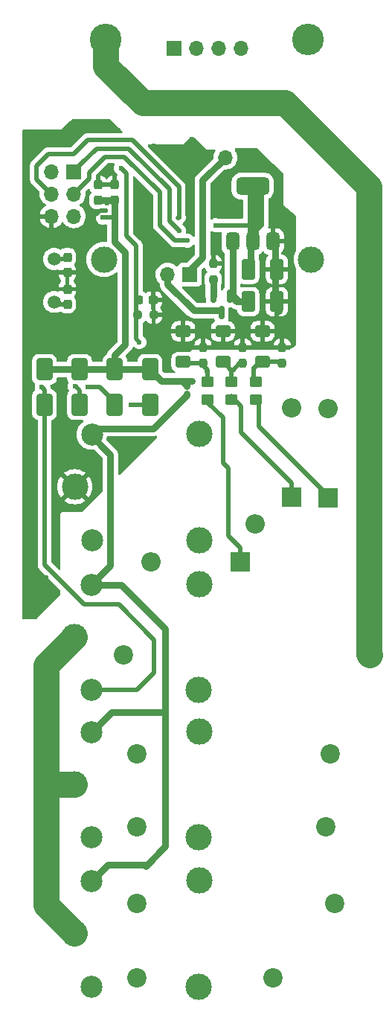
<source format=gbr>
%TF.GenerationSoftware,KiCad,Pcbnew,8.0.8-8.0.8-0~ubuntu24.04.1*%
%TF.CreationDate,2025-03-23T19:57:33+01:00*%
%TF.ProjectId,teaser,74656173-6572-42e6-9b69-6361645f7063,rev?*%
%TF.SameCoordinates,Original*%
%TF.FileFunction,Copper,L2,Bot*%
%TF.FilePolarity,Positive*%
%FSLAX46Y46*%
G04 Gerber Fmt 4.6, Leading zero omitted, Abs format (unit mm)*
G04 Created by KiCad (PCBNEW 8.0.8-8.0.8-0~ubuntu24.04.1) date 2025-03-23 19:57:33*
%MOMM*%
%LPD*%
G01*
G04 APERTURE LIST*
G04 Aperture macros list*
%AMRoundRect*
0 Rectangle with rounded corners*
0 $1 Rounding radius*
0 $2 $3 $4 $5 $6 $7 $8 $9 X,Y pos of 4 corners*
0 Add a 4 corners polygon primitive as box body*
4,1,4,$2,$3,$4,$5,$6,$7,$8,$9,$2,$3,0*
0 Add four circle primitives for the rounded corners*
1,1,$1+$1,$2,$3*
1,1,$1+$1,$4,$5*
1,1,$1+$1,$6,$7*
1,1,$1+$1,$8,$9*
0 Add four rect primitives between the rounded corners*
20,1,$1+$1,$2,$3,$4,$5,0*
20,1,$1+$1,$4,$5,$6,$7,0*
20,1,$1+$1,$6,$7,$8,$9,0*
20,1,$1+$1,$8,$9,$2,$3,0*%
G04 Aperture macros list end*
%TA.AperFunction,ComponentPad*%
%ADD10R,1.700000X1.700000*%
%TD*%
%TA.AperFunction,ComponentPad*%
%ADD11O,1.700000X1.700000*%
%TD*%
%TA.AperFunction,ComponentPad*%
%ADD12C,3.600000*%
%TD*%
%TA.AperFunction,ComponentPad*%
%ADD13C,3.000000*%
%TD*%
%TA.AperFunction,ComponentPad*%
%ADD14C,2.500000*%
%TD*%
%TA.AperFunction,ComponentPad*%
%ADD15C,1.500000*%
%TD*%
%TA.AperFunction,ComponentPad*%
%ADD16R,2.200000X2.200000*%
%TD*%
%TA.AperFunction,ComponentPad*%
%ADD17O,2.200000X2.200000*%
%TD*%
%TA.AperFunction,SMDPad,CuDef*%
%ADD18RoundRect,0.250000X0.450000X-0.350000X0.450000X0.350000X-0.450000X0.350000X-0.450000X-0.350000X0*%
%TD*%
%TA.AperFunction,SMDPad,CuDef*%
%ADD19RoundRect,0.237500X-0.250000X-0.237500X0.250000X-0.237500X0.250000X0.237500X-0.250000X0.237500X0*%
%TD*%
%TA.AperFunction,SMDPad,CuDef*%
%ADD20RoundRect,0.150000X-0.150000X0.587500X-0.150000X-0.587500X0.150000X-0.587500X0.150000X0.587500X0*%
%TD*%
%TA.AperFunction,SMDPad,CuDef*%
%ADD21RoundRect,0.237500X-0.237500X0.300000X-0.237500X-0.300000X0.237500X-0.300000X0.237500X0.300000X0*%
%TD*%
%TA.AperFunction,SMDPad,CuDef*%
%ADD22RoundRect,0.250000X-0.650000X1.000000X-0.650000X-1.000000X0.650000X-1.000000X0.650000X1.000000X0*%
%TD*%
%TA.AperFunction,ComponentPad*%
%ADD23C,2.200000*%
%TD*%
%TA.AperFunction,SMDPad,CuDef*%
%ADD24RoundRect,0.237500X0.237500X-0.300000X0.237500X0.300000X-0.237500X0.300000X-0.237500X-0.300000X0*%
%TD*%
%TA.AperFunction,SMDPad,CuDef*%
%ADD25RoundRect,0.250000X0.600000X-0.400000X0.600000X0.400000X-0.600000X0.400000X-0.600000X-0.400000X0*%
%TD*%
%TA.AperFunction,SMDPad,CuDef*%
%ADD26RoundRect,0.237500X0.237500X-0.250000X0.237500X0.250000X-0.237500X0.250000X-0.237500X-0.250000X0*%
%TD*%
%TA.AperFunction,SMDPad,CuDef*%
%ADD27RoundRect,0.237500X0.300000X0.237500X-0.300000X0.237500X-0.300000X-0.237500X0.300000X-0.237500X0*%
%TD*%
%TA.AperFunction,SMDPad,CuDef*%
%ADD28RoundRect,0.250001X-0.499999X-0.924999X0.499999X-0.924999X0.499999X0.924999X-0.499999X0.924999X0*%
%TD*%
%TA.AperFunction,SMDPad,CuDef*%
%ADD29RoundRect,0.375000X0.375000X-0.625000X0.375000X0.625000X-0.375000X0.625000X-0.375000X-0.625000X0*%
%TD*%
%TA.AperFunction,SMDPad,CuDef*%
%ADD30RoundRect,0.500000X1.400000X-0.500000X1.400000X0.500000X-1.400000X0.500000X-1.400000X-0.500000X0*%
%TD*%
%TA.AperFunction,ViaPad*%
%ADD31C,0.600000*%
%TD*%
%TA.AperFunction,Conductor*%
%ADD32C,0.508000*%
%TD*%
%TA.AperFunction,Conductor*%
%ADD33C,0.762000*%
%TD*%
%TA.AperFunction,Conductor*%
%ADD34C,3.000000*%
%TD*%
%TA.AperFunction,Conductor*%
%ADD35C,2.000000*%
%TD*%
G04 APERTURE END LIST*
D10*
%TO.P,J4,1,Pin_1*%
%TO.N,GND*%
X147140000Y-60900000D03*
D11*
%TO.P,J4,2,Pin_2*%
%TO.N,Net-(J4-Pin_2)*%
X144600000Y-60900000D03*
%TD*%
D12*
%TO.P,J2,1,Pin_1*%
%TO.N,Net-(D4-A)*%
X154000000Y-47500000D03*
%TO.P,J2,2,Pin_2*%
%TO.N,Net-(D2-K)*%
X131000000Y-47500000D03*
%TD*%
D13*
%TO.P,K1,1*%
%TO.N,GND*%
X127450000Y-98350000D03*
D14*
%TO.P,K1,2*%
%TO.N,Net-(D1-A)*%
X129400000Y-104400000D03*
D13*
%TO.P,K1,3*%
%TO.N,Net-(D2-A)*%
X141600000Y-104400000D03*
%TO.P,K1,4*%
%TO.N,unconnected-(K1-Pad4)*%
X141650000Y-92350000D03*
D14*
%TO.P,K1,5*%
%TO.N,VCC*%
X129400000Y-92400000D03*
%TD*%
D13*
%TO.P,K2,1*%
%TO.N,Net-(D4-A)*%
X127400000Y-132200000D03*
D14*
%TO.P,K2,2*%
%TO.N,Net-(D12-K)*%
X129350000Y-138250000D03*
D13*
%TO.P,K2,3*%
%TO.N,/CH3_230*%
X141550000Y-138250000D03*
%TO.P,K2,4*%
%TO.N,unconnected-(K2-Pad4)*%
X141600000Y-126200000D03*
D14*
%TO.P,K2,5*%
%TO.N,VCC*%
X129350000Y-126250000D03*
%TD*%
D13*
%TO.P,K4,1*%
%TO.N,Net-(D4-A)*%
X127400000Y-115450000D03*
D14*
%TO.P,K4,2*%
%TO.N,Net-(D14-K)*%
X129350000Y-121500000D03*
D13*
%TO.P,K4,3*%
%TO.N,/CH1_230*%
X141550000Y-121500000D03*
%TO.P,K4,4*%
%TO.N,unconnected-(K4-Pad4)*%
X141600000Y-109450000D03*
D14*
%TO.P,K4,5*%
%TO.N,VCC*%
X129350000Y-109500000D03*
%TD*%
D10*
%TO.P,SW1,1,A*%
%TO.N,Net-(J4-Pin_2)*%
X140550000Y-74200000D03*
D11*
%TO.P,SW1,2,B*%
%TO.N,Net-(Q6-D)*%
X138010000Y-74200000D03*
%TD*%
D13*
%TO.P,K3,1*%
%TO.N,Net-(D4-A)*%
X127400000Y-149150000D03*
D14*
%TO.P,K3,2*%
%TO.N,Net-(D13-K)*%
X129350000Y-155200000D03*
D13*
%TO.P,K3,3*%
%TO.N,/CH2_230*%
X141550000Y-155200000D03*
%TO.P,K3,4*%
%TO.N,unconnected-(K3-Pad4)*%
X141600000Y-143150000D03*
D14*
%TO.P,K3,5*%
%TO.N,VCC*%
X129350000Y-143200000D03*
%TD*%
D15*
%TO.P,Y1,2,2*%
%TO.N,Net-(U3-XTAL1{slash}PB6)*%
X125100000Y-72440000D03*
%TO.P,Y1,1,1*%
%TO.N,Net-(U3-XTAL2{slash}PB7)*%
X125100000Y-77320000D03*
%TD*%
D13*
%TO.P,J3,*%
%TO.N,*%
X130760000Y-72500000D03*
X154360000Y-72500000D03*
D10*
%TO.P,J3,1,Pin_1*%
%TO.N,VCC*%
X138760000Y-48500000D03*
D11*
%TO.P,J3,2,Pin_2*%
%TO.N,GND*%
X141300000Y-48500000D03*
%TO.P,J3,3,Pin_3*%
%TO.N,/SCL*%
X143840000Y-48500000D03*
%TO.P,J3,4,Pin_4*%
%TO.N,/SDA*%
X146380000Y-48500000D03*
%TD*%
D16*
%TO.P,D4,1,K*%
%TO.N,/CH3_230*%
X152100000Y-99500000D03*
D17*
%TO.P,D4,2,A*%
%TO.N,Net-(D4-A)*%
X152100000Y-89340000D03*
%TD*%
D16*
%TO.P,D5,1,K*%
%TO.N,/CH2_230*%
X156300000Y-99580000D03*
D17*
%TO.P,D5,2,A*%
%TO.N,Net-(D4-A)*%
X156300000Y-89420000D03*
%TD*%
D18*
%TO.P,R3,1*%
%TO.N,/CH2_230*%
X148050000Y-88400000D03*
%TO.P,R3,2*%
%TO.N,/CH2_MEASURE*%
X148050000Y-86400000D03*
%TD*%
D19*
%TO.P,R7,1*%
%TO.N,Net-(U3-PD2)*%
X134600000Y-78800000D03*
%TO.P,R7,2*%
%TO.N,GND*%
X136425000Y-78800000D03*
%TD*%
D20*
%TO.P,Q6,1,G*%
%TO.N,Net-(Q6-G)*%
X143200000Y-76700000D03*
%TO.P,Q6,2,S*%
%TO.N,Net-(Q6-S)*%
X145100000Y-76700000D03*
%TO.P,Q6,3,D*%
%TO.N,Net-(Q6-D)*%
X144150000Y-78575000D03*
%TD*%
D21*
%TO.P,C14,2*%
%TO.N,Net-(U3-XTAL2{slash}PB7)*%
X126600000Y-77595000D03*
%TO.P,C14,1*%
%TO.N,GND*%
X126600000Y-75870000D03*
%TD*%
D22*
%TO.P,D3,1,K*%
%TO.N,VCC*%
X132000000Y-85000000D03*
%TO.P,D3,2,A*%
%TO.N,Net-(D12-K)*%
X132000000Y-89000000D03*
%TD*%
D11*
%TO.P,J1,6,Pin_6*%
%TO.N,GND*%
X124800000Y-67580000D03*
%TO.P,J1,5,Pin_5*%
%TO.N,/RESET*%
X127340000Y-67580000D03*
%TO.P,J1,4,Pin_4*%
%TO.N,/MOSI*%
X124800000Y-65040000D03*
%TO.P,J1,3,Pin_3*%
%TO.N,/SCK*%
X127340000Y-65040000D03*
%TO.P,J1,2,Pin_2*%
%TO.N,VCC*%
X124800000Y-62500000D03*
D10*
%TO.P,J1,1,Pin_1*%
%TO.N,/MISO*%
X127340000Y-62500000D03*
%TD*%
D23*
%TO.P,C10,1*%
%TO.N,Net-(D2-K)*%
X150000000Y-154250000D03*
%TO.P,C10,2*%
%TO.N,/CH2_230*%
X134500000Y-154250000D03*
%TD*%
D22*
%TO.P,D8,1,K*%
%TO.N,VCC*%
X124000000Y-85000000D03*
%TO.P,D8,2,A*%
%TO.N,Net-(D14-K)*%
X124000000Y-89000000D03*
%TD*%
D16*
%TO.P,D2,1,K*%
%TO.N,Net-(D2-K)*%
X160700000Y-102600000D03*
D17*
%TO.P,D2,2,A*%
%TO.N,Net-(D2-A)*%
X148000000Y-102600000D03*
%TD*%
D23*
%TO.P,C11,1*%
%TO.N,Net-(D2-K)*%
X157000000Y-145750000D03*
%TO.P,C11,2*%
%TO.N,/CH2_230*%
X134500000Y-145750000D03*
%TD*%
D22*
%TO.P,D1,1,K*%
%TO.N,VCC*%
X136000000Y-85000000D03*
%TO.P,D1,2,A*%
%TO.N,Net-(D1-A)*%
X136000000Y-89000000D03*
%TD*%
D18*
%TO.P,R5,1*%
%TO.N,/CH3_230*%
X145300000Y-88400000D03*
%TO.P,R5,2*%
%TO.N,/CH3_MEASURE*%
X145300000Y-86400000D03*
%TD*%
D21*
%TO.P,C3,1*%
%TO.N,GND*%
X132000000Y-64000000D03*
%TO.P,C3,2*%
%TO.N,VCC*%
X132000000Y-65725000D03*
%TD*%
D23*
%TO.P,C7,1*%
%TO.N,Net-(D2-K)*%
X156000000Y-137000000D03*
%TO.P,C7,2*%
%TO.N,/CH3_230*%
X134500000Y-137000000D03*
%TD*%
D24*
%TO.P,C13,1*%
%TO.N,GND*%
X126600000Y-73970000D03*
%TO.P,C13,2*%
%TO.N,Net-(U3-XTAL1{slash}PB6)*%
X126600000Y-72245000D03*
%TD*%
D23*
%TO.P,C12,1*%
%TO.N,Net-(D2-K)*%
X161000000Y-117500000D03*
%TO.P,C12,2*%
%TO.N,/CH1_230*%
X133000000Y-117500000D03*
%TD*%
D21*
%TO.P,C6,1*%
%TO.N,GND*%
X130100000Y-64000000D03*
%TO.P,C6,2*%
%TO.N,VCC*%
X130100000Y-65725000D03*
%TD*%
D22*
%TO.P,D6,1,K*%
%TO.N,VCC*%
X128000000Y-85000000D03*
%TO.P,D6,2,A*%
%TO.N,Net-(D13-K)*%
X128000000Y-89000000D03*
%TD*%
D25*
%TO.P,D9,1,K*%
%TO.N,/CH1_MEASURE*%
X139800000Y-84150000D03*
%TO.P,D9,2,A*%
%TO.N,GND*%
X139800000Y-80650000D03*
%TD*%
D26*
%TO.P,R4,1*%
%TO.N,/CH1_MEASURE*%
X142050000Y-84312500D03*
%TO.P,R4,2*%
%TO.N,GND*%
X142050000Y-82487500D03*
%TD*%
D27*
%TO.P,C9,1*%
%TO.N,GND*%
X136375000Y-77100000D03*
%TO.P,C9,2*%
%TO.N,Net-(U3-PD2)*%
X134650000Y-77100000D03*
%TD*%
D18*
%TO.P,R1,1*%
%TO.N,/CH1_230*%
X142550000Y-88400000D03*
%TO.P,R1,2*%
%TO.N,/CH1_MEASURE*%
X142550000Y-86400000D03*
%TD*%
D28*
%TO.P,C1,1*%
%TO.N,Net-(Q6-S)*%
X147200000Y-77300000D03*
%TO.P,C1,2*%
%TO.N,GND*%
X150450000Y-77300000D03*
%TD*%
D25*
%TO.P,D10,1,K*%
%TO.N,/CH2_MEASURE*%
X148800000Y-84150000D03*
%TO.P,D10,2,A*%
%TO.N,GND*%
X148800000Y-80650000D03*
%TD*%
D23*
%TO.P,C8,1*%
%TO.N,Net-(D2-K)*%
X156500000Y-128750000D03*
%TO.P,C8,2*%
%TO.N,/CH3_230*%
X134500000Y-128750000D03*
%TD*%
D25*
%TO.P,D11,1,K*%
%TO.N,/CH3_MEASURE*%
X144300000Y-84150000D03*
%TO.P,D11,2,A*%
%TO.N,GND*%
X144300000Y-80650000D03*
%TD*%
D26*
%TO.P,R2,1*%
%TO.N,/CH2_MEASURE*%
X151050000Y-84312500D03*
%TO.P,R2,2*%
%TO.N,GND*%
X151050000Y-82487500D03*
%TD*%
D29*
%TO.P,U2,1,GND*%
%TO.N,GND*%
X150010000Y-70437500D03*
%TO.P,U2,2,VO*%
%TO.N,VCC*%
X147710000Y-70437500D03*
D30*
X147710000Y-64137500D03*
D29*
%TO.P,U2,3,VI*%
%TO.N,Net-(Q6-S)*%
X145410000Y-70437500D03*
%TD*%
D26*
%TO.P,R13,1*%
%TO.N,Net-(Q6-G)*%
X143200000Y-74800000D03*
%TO.P,R13,2*%
%TO.N,GND*%
X143200000Y-72975000D03*
%TD*%
D16*
%TO.P,D7,1,K*%
%TO.N,/CH1_230*%
X146300000Y-106900000D03*
D17*
%TO.P,D7,2,A*%
%TO.N,Net-(D4-A)*%
X136140000Y-106900000D03*
%TD*%
D28*
%TO.P,C2,1*%
%TO.N,VCC*%
X147200000Y-73600000D03*
%TO.P,C2,2*%
%TO.N,GND*%
X150450000Y-73600000D03*
%TD*%
D26*
%TO.P,R6,1*%
%TO.N,/CH3_MEASURE*%
X146550000Y-84312500D03*
%TO.P,R6,2*%
%TO.N,GND*%
X146550000Y-82487500D03*
%TD*%
D31*
%TO.N,GND*%
X131000000Y-62300000D03*
X129600000Y-95000000D03*
X127600000Y-78500000D03*
X143600000Y-66400000D03*
X137300000Y-72400000D03*
X125300000Y-106900000D03*
X131100000Y-82600000D03*
X137900000Y-84600000D03*
X136100000Y-66500000D03*
X142600000Y-79600000D03*
X143200000Y-72000000D03*
X129600000Y-96700000D03*
X124200000Y-108700000D03*
X122400000Y-58500000D03*
X151900000Y-80600000D03*
X135000000Y-94100000D03*
X150000000Y-68400000D03*
X138300000Y-77700000D03*
X140500000Y-71600000D03*
X136700000Y-80400000D03*
X135100000Y-92900000D03*
X122200000Y-90000000D03*
X127200000Y-91500000D03*
X131800000Y-92900000D03*
X129200000Y-74400000D03*
X132700000Y-94100000D03*
X141100000Y-76200000D03*
X148800000Y-77300000D03*
X127300000Y-94900000D03*
X125800000Y-83800000D03*
X134400000Y-68800000D03*
X127500000Y-82500000D03*
X136200000Y-92900000D03*
X134400000Y-64000000D03*
X132400000Y-57800000D03*
X122900000Y-80000000D03*
X126000000Y-86700000D03*
X140800000Y-58800000D03*
X123800000Y-74700000D03*
X136500000Y-59600000D03*
X151700000Y-75500000D03*
X131000000Y-66900000D03*
%TO.N,VCC*%
X148600000Y-67700000D03*
X148600000Y-66800000D03*
X131096000Y-66046000D03*
X140200000Y-87800000D03*
X130633159Y-67733159D03*
X148600000Y-68600000D03*
X143500000Y-68600000D03*
X140800000Y-86310000D03*
X140200000Y-86958096D03*
%TO.N,Net-(D1-A)*%
X133875000Y-89075000D03*
%TO.N,Net-(D12-K)*%
X128900000Y-87000000D03*
%TO.N,Net-(D13-K)*%
X127450000Y-86950000D03*
%TO.N,Net-(D14-K)*%
X123700000Y-87000000D03*
%TO.N,/CH1_MEASURE*%
X142500000Y-85100000D03*
%TO.N,/CH2_MEASURE*%
X147850000Y-84950000D03*
%TO.N,/CH3_MEASURE*%
X145250000Y-85100000D03*
%TO.N,/SCK*%
X140250000Y-70350000D03*
%TO.N,/MISO*%
X139300000Y-69200000D03*
%TO.N,/MOSI*%
X139300000Y-67700000D03*
%TO.N,Net-(U3-PD2)*%
X132700000Y-62100000D03*
X134800000Y-81900000D03*
%TD*%
D32*
%TO.N,/SCK*%
X140250000Y-70350000D02*
X138850000Y-70350000D01*
X138850000Y-70350000D02*
X137100000Y-68600000D01*
X137100000Y-68600000D02*
X137100000Y-64800000D01*
X133100000Y-60800000D02*
X130900000Y-60800000D01*
X130900000Y-60800000D02*
X129100000Y-62600000D01*
X137100000Y-64800000D02*
X133100000Y-60800000D01*
X129100000Y-63280000D02*
X127340000Y-65040000D01*
X129100000Y-62600000D02*
X129100000Y-63280000D01*
%TO.N,/MISO*%
X128200000Y-61640000D02*
X129940000Y-59900000D01*
X129940000Y-59900000D02*
X133600000Y-59900000D01*
X138200000Y-68100000D02*
X139300000Y-69200000D01*
X133600000Y-59900000D02*
X138200000Y-64500000D01*
X138200000Y-64500000D02*
X138200000Y-68100000D01*
%TO.N,/MOSI*%
X139300000Y-67700000D02*
X139300000Y-64200000D01*
X123100000Y-63340000D02*
X124800000Y-65040000D01*
X139300000Y-64200000D02*
X134000000Y-58900000D01*
X134000000Y-58900000D02*
X128900000Y-58900000D01*
X128900000Y-58900000D02*
X127300000Y-60500000D01*
X127300000Y-60500000D02*
X124440000Y-60500000D01*
X124440000Y-60500000D02*
X123100000Y-61840000D01*
X123100000Y-61840000D02*
X123100000Y-63340000D01*
D33*
%TO.N,Net-(Q6-S)*%
X145410000Y-76590000D02*
X145300000Y-76700000D01*
X145410000Y-70437500D02*
X145410000Y-76590000D01*
X146120000Y-77300000D02*
X147450000Y-77300000D01*
X145410000Y-76590000D02*
X146120000Y-77300000D01*
X145300000Y-76700000D02*
X145900000Y-77300000D01*
X145900000Y-77300000D02*
X147450000Y-77300000D01*
%TO.N,GND*%
X150300000Y-78000000D02*
X150700000Y-78400000D01*
X148800000Y-80650000D02*
X149212500Y-80650000D01*
D32*
X130354000Y-66946000D02*
X129900000Y-67400000D01*
D33*
X150300000Y-75500000D02*
X150300000Y-78000000D01*
X139800000Y-80650000D02*
X140212500Y-80650000D01*
X150010000Y-70437500D02*
X150300000Y-70727500D01*
X150300000Y-70727500D02*
X150300000Y-75500000D01*
D32*
X130954000Y-66946000D02*
X130354000Y-66946000D01*
D33*
X144300000Y-80650000D02*
X144712500Y-80650000D01*
X148800000Y-80300000D02*
X148800000Y-80650000D01*
D32*
X131000000Y-66900000D02*
X130954000Y-66946000D01*
D33*
%TO.N,VCC*%
X137750000Y-126250000D02*
X137750000Y-114500000D01*
X131500000Y-94700000D02*
X131500000Y-107300000D01*
X137750000Y-139250000D02*
X137750000Y-126250000D01*
D32*
X132000000Y-67600000D02*
X132000000Y-66162500D01*
D33*
X131500000Y-107300000D02*
X129300000Y-109500000D01*
X129500000Y-92700000D02*
X129400000Y-92700000D01*
X135500000Y-141350000D02*
X131500000Y-141350000D01*
X130100000Y-91700000D02*
X129400000Y-92400000D01*
X131200000Y-141350000D02*
X129350000Y-143200000D01*
D32*
X130200000Y-65962500D02*
X130100000Y-65862500D01*
D33*
X132750000Y-109500000D02*
X129350000Y-109500000D01*
X140200000Y-86958096D02*
X140200000Y-86810000D01*
X140200000Y-87900000D02*
X136400000Y-91700000D01*
D32*
X143500000Y-68600000D02*
X147600000Y-68600000D01*
D33*
X129350000Y-126250000D02*
X131600000Y-124000000D01*
X133200000Y-71700000D02*
X132000000Y-70500000D01*
X132000000Y-83400000D02*
X133200000Y-82200000D01*
X140800000Y-86310000D02*
X139700000Y-86310000D01*
X137750000Y-124000000D02*
X137750000Y-126250000D01*
X135500000Y-141500000D02*
X137750000Y-139250000D01*
X130900000Y-94100000D02*
X129500000Y-92700000D01*
X139700000Y-86310000D02*
X137310000Y-86310000D01*
X124000000Y-85000000D02*
X136000000Y-85000000D01*
X130100000Y-65725000D02*
X132000000Y-65725000D01*
X147200000Y-73600000D02*
X147500000Y-73300000D01*
X129300000Y-109500000D02*
X132750000Y-109500000D01*
X133200000Y-85000000D02*
X136000000Y-85000000D01*
X133200000Y-82200000D02*
X133200000Y-71700000D01*
D32*
X147600000Y-68600000D02*
X147710000Y-68710000D01*
X147710000Y-68710000D02*
X147710000Y-70437500D01*
D33*
X137750000Y-114500000D02*
X132750000Y-109500000D01*
X137310000Y-86310000D02*
X136000000Y-85000000D01*
X130900000Y-94100000D02*
X131500000Y-94700000D01*
D32*
X131866841Y-67733159D02*
X132000000Y-67600000D01*
D33*
X136400000Y-91700000D02*
X130100000Y-91700000D01*
X132000000Y-85000000D02*
X136000000Y-85000000D01*
X131500000Y-141350000D02*
X131200000Y-141350000D01*
X147500000Y-73300000D02*
X147500000Y-70647500D01*
X132000000Y-85000000D02*
X132000000Y-83400000D01*
X147500000Y-70647500D02*
X147710000Y-70437500D01*
X147700000Y-64147500D02*
X147710000Y-64137500D01*
X132000000Y-70500000D02*
X132000000Y-65962500D01*
X140200000Y-86810000D02*
X139700000Y-86310000D01*
X140200000Y-87800000D02*
X140200000Y-87900000D01*
D32*
X130633159Y-67733159D02*
X131866841Y-67733159D01*
D33*
X131600000Y-124000000D02*
X137750000Y-124000000D01*
D34*
%TO.N,Net-(D2-K)*%
X161000000Y-117500000D02*
X160900000Y-117400000D01*
D35*
X160900000Y-116600000D02*
X160900000Y-117400000D01*
D32*
%TO.N,/CH3_230*%
X152100000Y-97900000D02*
X152100000Y-99500000D01*
X145250000Y-88050000D02*
X146400000Y-89200000D01*
X145350000Y-88600000D02*
X145300000Y-88650000D01*
X146400000Y-92200000D02*
X152100000Y-97900000D01*
X146400000Y-89200000D02*
X146400000Y-92200000D01*
%TO.N,/CH2_230*%
X148400000Y-88750000D02*
X148400000Y-91500000D01*
X156300000Y-99400000D02*
X156300000Y-99580000D01*
X148400000Y-91500000D02*
X156300000Y-99400000D01*
X148050000Y-88400000D02*
X148400000Y-88750000D01*
%TO.N,/CH1_230*%
X144300000Y-95600000D02*
X144900000Y-96200000D01*
X144900000Y-103900000D02*
X146300000Y-105300000D01*
X142550000Y-88750000D02*
X144300000Y-90500000D01*
X142550000Y-88400000D02*
X142550000Y-88750000D01*
X146300000Y-105300000D02*
X146300000Y-106900000D01*
X144900000Y-96200000D02*
X144900000Y-103900000D01*
X144300000Y-90500000D02*
X144300000Y-95600000D01*
%TO.N,Net-(U3-XTAL1{slash}PB6)*%
X124600000Y-72440000D02*
X126405000Y-72440000D01*
X126405000Y-72440000D02*
X126600000Y-72245000D01*
%TO.N,Net-(U3-XTAL2{slash}PB7)*%
X126600000Y-77595000D02*
X124875000Y-77595000D01*
%TO.N,Net-(D1-A)*%
X135925000Y-89075000D02*
X136000000Y-89000000D01*
X133875000Y-89075000D02*
X135925000Y-89075000D01*
%TO.N,Net-(D12-K)*%
X132000000Y-88700000D02*
X132000000Y-89000000D01*
X128900000Y-87000000D02*
X130300000Y-87000000D01*
X130300000Y-87000000D02*
X132000000Y-88700000D01*
D34*
%TO.N,Net-(D4-A)*%
X124200000Y-145950000D02*
X124200000Y-132250000D01*
X127400000Y-132200000D02*
X124250000Y-132200000D01*
X124200000Y-132250000D02*
X124200000Y-118650000D01*
X124250000Y-132200000D02*
X124200000Y-132250000D01*
X124200000Y-118650000D02*
X127400000Y-115450000D01*
X127400000Y-149150000D02*
X124200000Y-145950000D01*
D32*
%TO.N,Net-(D13-K)*%
X127550000Y-86950000D02*
X128000000Y-87400000D01*
X127450000Y-86950000D02*
X127550000Y-86950000D01*
X128000000Y-87400000D02*
X128000000Y-89000000D01*
%TO.N,Net-(D14-K)*%
X123700000Y-87000000D02*
X124000000Y-87300000D01*
X132450000Y-111750000D02*
X136500000Y-115800000D01*
X136500000Y-119500000D02*
X134500000Y-121500000D01*
X128500000Y-111750000D02*
X132450000Y-111750000D01*
X134500000Y-121500000D02*
X129350000Y-121500000D01*
X136500000Y-115800000D02*
X136500000Y-119500000D01*
X124000000Y-107250000D02*
X128500000Y-111750000D01*
X124000000Y-87300000D02*
X124000000Y-107250000D01*
X124000000Y-87300000D02*
X124000000Y-89000000D01*
%TO.N,/CH1_MEASURE*%
X142550000Y-86400000D02*
X142550000Y-85062500D01*
X142050000Y-84312500D02*
X139962500Y-84312500D01*
X142550000Y-85062500D02*
X141800000Y-84312500D01*
X139712500Y-84312500D02*
X139550000Y-84150000D01*
%TO.N,/CH2_MEASURE*%
X147850000Y-84850000D02*
X148550000Y-84150000D01*
X147850000Y-86200000D02*
X147850000Y-84850000D01*
X148800000Y-84150000D02*
X150887500Y-84150000D01*
X148050000Y-86400000D02*
X147850000Y-86200000D01*
X150637500Y-84150000D02*
X150800000Y-84312500D01*
%TO.N,/CH3_MEASURE*%
X145300000Y-86400000D02*
X145300000Y-85150000D01*
X144300000Y-84150000D02*
X144050000Y-84150000D01*
X145431250Y-85100000D02*
X146218750Y-84312500D01*
X146218750Y-84312500D02*
X146300000Y-84312500D01*
X145300000Y-85150000D02*
X145250000Y-85100000D01*
X145250000Y-85100000D02*
X144300000Y-84150000D01*
X145250000Y-85100000D02*
X145431250Y-85100000D01*
%TO.N,/MISO*%
X127340000Y-62500000D02*
X128200000Y-61640000D01*
%TO.N,/MOSI*%
X139300000Y-67700000D02*
X139200000Y-67800000D01*
D33*
%TO.N,Net-(J4-Pin_2)*%
X142000000Y-72300000D02*
X140550000Y-73750000D01*
X142000000Y-63500000D02*
X142000000Y-72300000D01*
X140550000Y-73750000D02*
X140550000Y-74200000D01*
X144600000Y-60900000D02*
X142000000Y-63500000D01*
%TO.N,Net-(Q6-G)*%
X143200000Y-74800000D02*
X143200000Y-76700000D01*
%TO.N,Net-(Q6-D)*%
X138010000Y-74200000D02*
X138010000Y-75310000D01*
X141000000Y-78300000D02*
X143800000Y-78300000D01*
X138010000Y-75310000D02*
X141000000Y-78300000D01*
D32*
%TO.N,Net-(U3-PD2)*%
X134400000Y-70900000D02*
X133300000Y-69800000D01*
X133300000Y-62700000D02*
X132700000Y-62100000D01*
X134800000Y-81900000D02*
X134400000Y-81500000D01*
X133300000Y-69800000D02*
X133300000Y-62700000D01*
X134400000Y-81500000D02*
X134400000Y-70900000D01*
D34*
%TO.N,Net-(D2-K)*%
X160900000Y-117400000D02*
X160900000Y-64200000D01*
X160900000Y-64200000D02*
X151400000Y-54700000D01*
X151400000Y-54700000D02*
X135200000Y-54700000D01*
X135200000Y-54700000D02*
X131000000Y-50500000D01*
X131000000Y-50500000D02*
X131000000Y-47500000D01*
%TD*%
%TA.AperFunction,Conductor*%
%TO.N,GND*%
G36*
X148215677Y-59819685D02*
G01*
X148236319Y-59836319D01*
X149299998Y-60899999D01*
X149300000Y-60900000D01*
X149300000Y-62651213D01*
X149287420Y-62647614D01*
X149287413Y-62647613D01*
X149221102Y-62641717D01*
X149168037Y-62637000D01*
X149168032Y-62637000D01*
X146251971Y-62637000D01*
X146251965Y-62637000D01*
X146251964Y-62637001D01*
X146240316Y-62638036D01*
X146132584Y-62647613D01*
X145949497Y-62700000D01*
X145700000Y-62700000D01*
X145700000Y-61683562D01*
X145774035Y-61577830D01*
X145873903Y-61363663D01*
X145935063Y-61135408D01*
X145955659Y-60900000D01*
X145935063Y-60664592D01*
X145873903Y-60436337D01*
X145774035Y-60222171D01*
X145774034Y-60222169D01*
X145711726Y-60133183D01*
X145700000Y-60098412D01*
X145700000Y-59924000D01*
X145719685Y-59856961D01*
X145772489Y-59811206D01*
X145824000Y-59800000D01*
X148148638Y-59800000D01*
X148215677Y-59819685D01*
G37*
%TD.AperFunction*%
%TD*%
%TA.AperFunction,Conductor*%
%TO.N,GND*%
G36*
X131415677Y-56519685D02*
G01*
X131436319Y-56536319D01*
X132833819Y-57933819D01*
X132867304Y-57995142D01*
X132862320Y-58064834D01*
X132820448Y-58120767D01*
X132754984Y-58145184D01*
X132746138Y-58145500D01*
X128980446Y-58145500D01*
X128980426Y-58145499D01*
X128974312Y-58145499D01*
X128825688Y-58145499D01*
X128825686Y-58145499D01*
X128704105Y-58169684D01*
X128689540Y-58172581D01*
X128679918Y-58174495D01*
X128679917Y-58174495D01*
X128623045Y-58198052D01*
X128623045Y-58198053D01*
X128542611Y-58231370D01*
X128542609Y-58231371D01*
X128419033Y-58313941D01*
X128366487Y-58366487D01*
X128313941Y-58419034D01*
X127023794Y-59709181D01*
X126962471Y-59742666D01*
X126936113Y-59745500D01*
X124365683Y-59745500D01*
X124219927Y-59774493D01*
X124219919Y-59774495D01*
X124082608Y-59831371D01*
X123959035Y-59913939D01*
X123959034Y-59913940D01*
X123906488Y-59966487D01*
X123853941Y-60019034D01*
X123853939Y-60019036D01*
X122513943Y-61359030D01*
X122513942Y-61359031D01*
X122431372Y-61482607D01*
X122431366Y-61482618D01*
X122374496Y-61619916D01*
X122374493Y-61619926D01*
X122345499Y-61765685D01*
X122345499Y-61920425D01*
X122345500Y-61920446D01*
X122345500Y-63260552D01*
X122345499Y-63260578D01*
X122345499Y-63414313D01*
X122357470Y-63474491D01*
X122357470Y-63474494D01*
X122370200Y-63538492D01*
X122374494Y-63560075D01*
X122374496Y-63560083D01*
X122431366Y-63697381D01*
X122431372Y-63697392D01*
X122513942Y-63820968D01*
X122513943Y-63820969D01*
X123426675Y-64733700D01*
X123460160Y-64795023D01*
X123462522Y-64832188D01*
X123444341Y-65039998D01*
X123444341Y-65040000D01*
X123464936Y-65275403D01*
X123464938Y-65275413D01*
X123526094Y-65503655D01*
X123526096Y-65503659D01*
X123526097Y-65503663D01*
X123557688Y-65571409D01*
X123625965Y-65717830D01*
X123625967Y-65717834D01*
X123656892Y-65761999D01*
X123761501Y-65911396D01*
X123761506Y-65911402D01*
X123928597Y-66078493D01*
X123928603Y-66078498D01*
X124114594Y-66208730D01*
X124158219Y-66263307D01*
X124165413Y-66332805D01*
X124133890Y-66395160D01*
X124114595Y-66411880D01*
X123928922Y-66541890D01*
X123928920Y-66541891D01*
X123761891Y-66708920D01*
X123761886Y-66708926D01*
X123626400Y-66902420D01*
X123626399Y-66902422D01*
X123526570Y-67116507D01*
X123526567Y-67116513D01*
X123469364Y-67329999D01*
X123469364Y-67330000D01*
X124366988Y-67330000D01*
X124334075Y-67387007D01*
X124300000Y-67514174D01*
X124300000Y-67645826D01*
X124334075Y-67772993D01*
X124366988Y-67830000D01*
X123469364Y-67830000D01*
X123526567Y-68043486D01*
X123526570Y-68043492D01*
X123626399Y-68257578D01*
X123761894Y-68451082D01*
X123928917Y-68618105D01*
X124122421Y-68753600D01*
X124336507Y-68853429D01*
X124336516Y-68853433D01*
X124550000Y-68910634D01*
X124550000Y-68013012D01*
X124607007Y-68045925D01*
X124734174Y-68080000D01*
X124865826Y-68080000D01*
X124992993Y-68045925D01*
X125050000Y-68013012D01*
X125050000Y-68910633D01*
X125263483Y-68853433D01*
X125263492Y-68853429D01*
X125477578Y-68753600D01*
X125671082Y-68618105D01*
X125838105Y-68451082D01*
X125968119Y-68265405D01*
X126022696Y-68221781D01*
X126092195Y-68214588D01*
X126154549Y-68246110D01*
X126171269Y-68265405D01*
X126301505Y-68451401D01*
X126468599Y-68618495D01*
X126548314Y-68674312D01*
X126662165Y-68754032D01*
X126662167Y-68754033D01*
X126662170Y-68754035D01*
X126876337Y-68853903D01*
X127104592Y-68915063D01*
X127292918Y-68931539D01*
X127339999Y-68935659D01*
X127340000Y-68935659D01*
X127340001Y-68935659D01*
X127379234Y-68932226D01*
X127575408Y-68915063D01*
X127803663Y-68853903D01*
X128017830Y-68754035D01*
X128211401Y-68618495D01*
X128378495Y-68451401D01*
X128514035Y-68257830D01*
X128613903Y-68043663D01*
X128675063Y-67815408D01*
X128695659Y-67580000D01*
X128675063Y-67344592D01*
X128613903Y-67116337D01*
X128514035Y-66902171D01*
X128508731Y-66894595D01*
X128378494Y-66708597D01*
X128211402Y-66541506D01*
X128211396Y-66541501D01*
X128025842Y-66411575D01*
X127982217Y-66356998D01*
X127975023Y-66287500D01*
X128006546Y-66225145D01*
X128025842Y-66208425D01*
X128086044Y-66166271D01*
X128211401Y-66078495D01*
X128378495Y-65911401D01*
X128514035Y-65717830D01*
X128613903Y-65503663D01*
X128675063Y-65275408D01*
X128695659Y-65040000D01*
X128677477Y-64832186D01*
X128691243Y-64763688D01*
X128713317Y-64733706D01*
X128958714Y-64488309D01*
X129020029Y-64454829D01*
X129089721Y-64459813D01*
X129145655Y-64501684D01*
X129164094Y-64536990D01*
X129189547Y-64613802D01*
X129189551Y-64613811D01*
X129280052Y-64760534D01*
X129280055Y-64760538D01*
X129293982Y-64774465D01*
X129327467Y-64835788D01*
X129322483Y-64905480D01*
X129293984Y-64949825D01*
X129279661Y-64964148D01*
X129189093Y-65110981D01*
X129189091Y-65110986D01*
X129180296Y-65137528D01*
X129134826Y-65274747D01*
X129134826Y-65274748D01*
X129134825Y-65274748D01*
X129124500Y-65375815D01*
X129124500Y-66074169D01*
X129124501Y-66074187D01*
X129134825Y-66175252D01*
X129151459Y-66225449D01*
X129189092Y-66339016D01*
X129279660Y-66485850D01*
X129401650Y-66607840D01*
X129548484Y-66698408D01*
X129712247Y-66752674D01*
X129813323Y-66763000D01*
X130252195Y-66762999D01*
X130319234Y-66782683D01*
X130364989Y-66835487D01*
X130374933Y-66904646D01*
X130345908Y-66968202D01*
X130293151Y-67004040D01*
X130283638Y-67007368D01*
X130130896Y-67103343D01*
X130003343Y-67230896D01*
X129907370Y-67383635D01*
X129847790Y-67553904D01*
X129847789Y-67553909D01*
X129827594Y-67733155D01*
X129827594Y-67733162D01*
X129847789Y-67912408D01*
X129847790Y-67912413D01*
X129907370Y-68082682D01*
X129982508Y-68202262D01*
X130003343Y-68235421D01*
X130130897Y-68362975D01*
X130221239Y-68419741D01*
X130271627Y-68451402D01*
X130283637Y-68458948D01*
X130385576Y-68494618D01*
X130453904Y-68518527D01*
X130453909Y-68518528D01*
X130633155Y-68538724D01*
X130633159Y-68538724D01*
X130633163Y-68538724D01*
X130812408Y-68518528D01*
X130812410Y-68518527D01*
X130812414Y-68518527D01*
X130812417Y-68518525D01*
X130812421Y-68518525D01*
X130880744Y-68494618D01*
X130921699Y-68487659D01*
X130994500Y-68487659D01*
X131061539Y-68507344D01*
X131107294Y-68560148D01*
X131118500Y-68611659D01*
X131118500Y-70386844D01*
X131098815Y-70453883D01*
X131046011Y-70499638D01*
X130985654Y-70510528D01*
X130760002Y-70494390D01*
X130759999Y-70494390D01*
X130474566Y-70514804D01*
X130194962Y-70575628D01*
X129926833Y-70675635D01*
X129675690Y-70812770D01*
X129675682Y-70812775D01*
X129446612Y-70984254D01*
X129446594Y-70984270D01*
X129244270Y-71186594D01*
X129244254Y-71186612D01*
X129072775Y-71415682D01*
X129072770Y-71415690D01*
X128935635Y-71666833D01*
X128835628Y-71934962D01*
X128774804Y-72214566D01*
X128754390Y-72499998D01*
X128754390Y-72500001D01*
X128774804Y-72785433D01*
X128835628Y-73065037D01*
X128835630Y-73065043D01*
X128835631Y-73065046D01*
X128935632Y-73333157D01*
X128935635Y-73333166D01*
X129072770Y-73584309D01*
X129072775Y-73584317D01*
X129244254Y-73813387D01*
X129244270Y-73813405D01*
X129446594Y-74015729D01*
X129446612Y-74015745D01*
X129675682Y-74187224D01*
X129675690Y-74187229D01*
X129926833Y-74324364D01*
X129926832Y-74324364D01*
X129926836Y-74324365D01*
X129926839Y-74324367D01*
X130194954Y-74424369D01*
X130194960Y-74424370D01*
X130194962Y-74424371D01*
X130474566Y-74485195D01*
X130474568Y-74485195D01*
X130474572Y-74485196D01*
X130728220Y-74503337D01*
X130759999Y-74505610D01*
X130760000Y-74505610D01*
X130760001Y-74505610D01*
X130788595Y-74503564D01*
X131045428Y-74485196D01*
X131274278Y-74435413D01*
X131325037Y-74424371D01*
X131325037Y-74424370D01*
X131325046Y-74424369D01*
X131593161Y-74324367D01*
X131844315Y-74187226D01*
X132073395Y-74015739D01*
X132073405Y-74015729D01*
X132106819Y-73982316D01*
X132168142Y-73948831D01*
X132237834Y-73953815D01*
X132293767Y-73995687D01*
X132318184Y-74061151D01*
X132318500Y-74069997D01*
X132318500Y-81783507D01*
X132298815Y-81850546D01*
X132282181Y-81871188D01*
X131315296Y-82838072D01*
X131315295Y-82838073D01*
X131218822Y-82982456D01*
X131152377Y-83142871D01*
X131152374Y-83142883D01*
X131138355Y-83213361D01*
X131105970Y-83275272D01*
X131055744Y-83306875D01*
X131030668Y-83315184D01*
X130881342Y-83407289D01*
X130757289Y-83531342D01*
X130665187Y-83680663D01*
X130665185Y-83680668D01*
X130642713Y-83748484D01*
X130610001Y-83847203D01*
X130610001Y-83847204D01*
X130610000Y-83847204D01*
X130599500Y-83949983D01*
X130599500Y-83994500D01*
X130579815Y-84061539D01*
X130527011Y-84107294D01*
X130475500Y-84118500D01*
X129524499Y-84118500D01*
X129457460Y-84098815D01*
X129411705Y-84046011D01*
X129400499Y-83994500D01*
X129400499Y-83949998D01*
X129400498Y-83949981D01*
X129389999Y-83847203D01*
X129389998Y-83847200D01*
X129334814Y-83680666D01*
X129242712Y-83531344D01*
X129118656Y-83407288D01*
X128984436Y-83324501D01*
X128969336Y-83315187D01*
X128969331Y-83315185D01*
X128944253Y-83306875D01*
X128802797Y-83260001D01*
X128802795Y-83260000D01*
X128700010Y-83249500D01*
X127299998Y-83249500D01*
X127299981Y-83249501D01*
X127197203Y-83260000D01*
X127197200Y-83260001D01*
X127030668Y-83315185D01*
X127030663Y-83315187D01*
X126881342Y-83407289D01*
X126757289Y-83531342D01*
X126665187Y-83680663D01*
X126665185Y-83680668D01*
X126642713Y-83748484D01*
X126610001Y-83847203D01*
X126610001Y-83847204D01*
X126610000Y-83847204D01*
X126599500Y-83949983D01*
X126599500Y-83994500D01*
X126579815Y-84061539D01*
X126527011Y-84107294D01*
X126475500Y-84118500D01*
X125524499Y-84118500D01*
X125457460Y-84098815D01*
X125411705Y-84046011D01*
X125400499Y-83994500D01*
X125400499Y-83949998D01*
X125400498Y-83949981D01*
X125389999Y-83847203D01*
X125389998Y-83847200D01*
X125334814Y-83680666D01*
X125242712Y-83531344D01*
X125118656Y-83407288D01*
X124984436Y-83324501D01*
X124969336Y-83315187D01*
X124969331Y-83315185D01*
X124944253Y-83306875D01*
X124802797Y-83260001D01*
X124802795Y-83260000D01*
X124700010Y-83249500D01*
X123299998Y-83249500D01*
X123299981Y-83249501D01*
X123197203Y-83260000D01*
X123197200Y-83260001D01*
X123030668Y-83315185D01*
X123030663Y-83315187D01*
X122881342Y-83407289D01*
X122757289Y-83531342D01*
X122665187Y-83680663D01*
X122665185Y-83680668D01*
X122642713Y-83748484D01*
X122610001Y-83847203D01*
X122610001Y-83847204D01*
X122610000Y-83847204D01*
X122599500Y-83949983D01*
X122599500Y-86050001D01*
X122599501Y-86050018D01*
X122610000Y-86152796D01*
X122610001Y-86152799D01*
X122665185Y-86319331D01*
X122665187Y-86319336D01*
X122757289Y-86468657D01*
X122881344Y-86592712D01*
X122889465Y-86597721D01*
X122936190Y-86649668D01*
X122947413Y-86718631D01*
X122941411Y-86744215D01*
X122914631Y-86820745D01*
X122914630Y-86820750D01*
X122894435Y-86999996D01*
X122894435Y-87000003D01*
X122914630Y-87179249D01*
X122914633Y-87179262D01*
X122941410Y-87255784D01*
X122944972Y-87325563D01*
X122910244Y-87386190D01*
X122889470Y-87402275D01*
X122881345Y-87407286D01*
X122757287Y-87531345D01*
X122665187Y-87680663D01*
X122665185Y-87680668D01*
X122647330Y-87734551D01*
X122610001Y-87847203D01*
X122610001Y-87847204D01*
X122610000Y-87847204D01*
X122599500Y-87949983D01*
X122599500Y-90050001D01*
X122599501Y-90050018D01*
X122610000Y-90152796D01*
X122610001Y-90152799D01*
X122665185Y-90319331D01*
X122665187Y-90319336D01*
X122693232Y-90364804D01*
X122757288Y-90468656D01*
X122881344Y-90592712D01*
X123030666Y-90684814D01*
X123160505Y-90727838D01*
X123217949Y-90767609D01*
X123244772Y-90832125D01*
X123245500Y-90845543D01*
X123245500Y-107170552D01*
X123245499Y-107170578D01*
X123245499Y-107175688D01*
X123245499Y-107324312D01*
X123245499Y-107324314D01*
X123245498Y-107324314D01*
X123274493Y-107470073D01*
X123274496Y-107470083D01*
X123331366Y-107607381D01*
X123331372Y-107607392D01*
X123413942Y-107730968D01*
X123413943Y-107730969D01*
X125763681Y-110080706D01*
X125797166Y-110142029D01*
X125800000Y-110168387D01*
X125800000Y-110549952D01*
X125780315Y-110616991D01*
X125765261Y-110636025D01*
X123136572Y-113362073D01*
X123075867Y-113396667D01*
X123047311Y-113400000D01*
X121624500Y-113400000D01*
X121557461Y-113380315D01*
X121511706Y-113327511D01*
X121500500Y-113276000D01*
X121500500Y-77319997D01*
X123844723Y-77319997D01*
X123844723Y-77320002D01*
X123863793Y-77537975D01*
X123863793Y-77537979D01*
X123920422Y-77749322D01*
X123920424Y-77749326D01*
X123920425Y-77749330D01*
X123966661Y-77848484D01*
X124012897Y-77947638D01*
X124033007Y-77976358D01*
X124138402Y-78126877D01*
X124293123Y-78281598D01*
X124472361Y-78407102D01*
X124670670Y-78499575D01*
X124882023Y-78556207D01*
X125064926Y-78572208D01*
X125099998Y-78575277D01*
X125100000Y-78575277D01*
X125100002Y-78575277D01*
X125128254Y-78572805D01*
X125317977Y-78556207D01*
X125529330Y-78499575D01*
X125719381Y-78410952D01*
X125788455Y-78400461D01*
X125852239Y-78428980D01*
X125859464Y-78435654D01*
X125901650Y-78477840D01*
X126048484Y-78568408D01*
X126212247Y-78622674D01*
X126313323Y-78633000D01*
X126886676Y-78632999D01*
X126886684Y-78632998D01*
X126886687Y-78632998D01*
X126942030Y-78627344D01*
X126987753Y-78622674D01*
X127151516Y-78568408D01*
X127298350Y-78477840D01*
X127420340Y-78355850D01*
X127510908Y-78209016D01*
X127565174Y-78045253D01*
X127575500Y-77944177D01*
X127575499Y-77245824D01*
X127565174Y-77144747D01*
X127510908Y-76980984D01*
X127420340Y-76834150D01*
X127406017Y-76819827D01*
X127372532Y-76758504D01*
X127377516Y-76688812D01*
X127406021Y-76644460D01*
X127419947Y-76630535D01*
X127510448Y-76483811D01*
X127510453Y-76483800D01*
X127564680Y-76320152D01*
X127574999Y-76219154D01*
X127575000Y-76219141D01*
X127575000Y-76120000D01*
X125613115Y-76120000D01*
X125577971Y-76139189D01*
X125519523Y-76137797D01*
X125317977Y-76083793D01*
X125100002Y-76064723D01*
X125099998Y-76064723D01*
X124963396Y-76076674D01*
X124882023Y-76083793D01*
X124882020Y-76083793D01*
X124670677Y-76140422D01*
X124670668Y-76140426D01*
X124472361Y-76232898D01*
X124472357Y-76232900D01*
X124293121Y-76358402D01*
X124138402Y-76513121D01*
X124012900Y-76692357D01*
X124012898Y-76692361D01*
X123920426Y-76890668D01*
X123920422Y-76890677D01*
X123863793Y-77102020D01*
X123863793Y-77102024D01*
X123844723Y-77319997D01*
X121500500Y-77319997D01*
X121500500Y-75520845D01*
X125625000Y-75520845D01*
X125625000Y-75620000D01*
X126350000Y-75620000D01*
X126850000Y-75620000D01*
X127574999Y-75620000D01*
X127574999Y-75520860D01*
X127574998Y-75520845D01*
X127564680Y-75419847D01*
X127510453Y-75256199D01*
X127510448Y-75256188D01*
X127419947Y-75109465D01*
X127419944Y-75109461D01*
X127318164Y-75007681D01*
X127284679Y-74946358D01*
X127289663Y-74876666D01*
X127318164Y-74832319D01*
X127419944Y-74730538D01*
X127419947Y-74730534D01*
X127510448Y-74583811D01*
X127510453Y-74583800D01*
X127564680Y-74420152D01*
X127574999Y-74319154D01*
X127575000Y-74319141D01*
X127575000Y-74220000D01*
X126850000Y-74220000D01*
X126850000Y-75620000D01*
X126350000Y-75620000D01*
X126350000Y-74220000D01*
X125625001Y-74220000D01*
X125625001Y-74319154D01*
X125635319Y-74420152D01*
X125689546Y-74583800D01*
X125689551Y-74583811D01*
X125780052Y-74730534D01*
X125881836Y-74832319D01*
X125915320Y-74893642D01*
X125910336Y-74963334D01*
X125881836Y-75007681D01*
X125780052Y-75109465D01*
X125689551Y-75256188D01*
X125689546Y-75256199D01*
X125635319Y-75419847D01*
X125625000Y-75520845D01*
X121500500Y-75520845D01*
X121500500Y-72439998D01*
X123844723Y-72439998D01*
X123845028Y-72443483D01*
X123845500Y-72454293D01*
X123845500Y-72514312D01*
X123854398Y-72559051D01*
X123856308Y-72572431D01*
X123863792Y-72657972D01*
X123863794Y-72657982D01*
X123920422Y-72869322D01*
X123920424Y-72869326D01*
X123920425Y-72869330D01*
X123966661Y-72968484D01*
X124012897Y-73067638D01*
X124012898Y-73067639D01*
X124138402Y-73246877D01*
X124293123Y-73401598D01*
X124472361Y-73527102D01*
X124670670Y-73619575D01*
X124670676Y-73619576D01*
X124670677Y-73619577D01*
X124701364Y-73627799D01*
X124882023Y-73676207D01*
X125064926Y-73692208D01*
X125099998Y-73695277D01*
X125100000Y-73695277D01*
X125100002Y-73695277D01*
X125211320Y-73685538D01*
X125317977Y-73676207D01*
X125468911Y-73635764D01*
X125538755Y-73637427D01*
X125596618Y-73676589D01*
X125607874Y-73702874D01*
X125625000Y-73720000D01*
X127574999Y-73720000D01*
X127574999Y-73620860D01*
X127574998Y-73620845D01*
X127564680Y-73519847D01*
X127510453Y-73356199D01*
X127510448Y-73356188D01*
X127419947Y-73209465D01*
X127419944Y-73209461D01*
X127406017Y-73195534D01*
X127372532Y-73134211D01*
X127377516Y-73064519D01*
X127406017Y-73020172D01*
X127420340Y-73005850D01*
X127510908Y-72859016D01*
X127565174Y-72695253D01*
X127575500Y-72594177D01*
X127575499Y-71895824D01*
X127575312Y-71893997D01*
X127565174Y-71794747D01*
X127528881Y-71685224D01*
X127510908Y-71630984D01*
X127420340Y-71484150D01*
X127298350Y-71362160D01*
X127151516Y-71271592D01*
X126987753Y-71217326D01*
X126987751Y-71217325D01*
X126886678Y-71207000D01*
X126313330Y-71207000D01*
X126313312Y-71207001D01*
X126212247Y-71217325D01*
X126048484Y-71271592D01*
X126048481Y-71271593D01*
X125901638Y-71362167D01*
X125898540Y-71364617D01*
X125896019Y-71365633D01*
X125895503Y-71365952D01*
X125895448Y-71365863D01*
X125833742Y-71390750D01*
X125765101Y-71377702D01*
X125750519Y-71368918D01*
X125727642Y-71352900D01*
X125727639Y-71352898D01*
X125529330Y-71260425D01*
X125529326Y-71260424D01*
X125529322Y-71260422D01*
X125317977Y-71203793D01*
X125100002Y-71184723D01*
X125099998Y-71184723D01*
X124954682Y-71197436D01*
X124882023Y-71203793D01*
X124882020Y-71203793D01*
X124670677Y-71260422D01*
X124670668Y-71260426D01*
X124472361Y-71352898D01*
X124472357Y-71352900D01*
X124293121Y-71478402D01*
X124138402Y-71633121D01*
X124012900Y-71812357D01*
X124012898Y-71812361D01*
X123920426Y-72010668D01*
X123920422Y-72010677D01*
X123863794Y-72222017D01*
X123863792Y-72222026D01*
X123856308Y-72307569D01*
X123854398Y-72320948D01*
X123845500Y-72365687D01*
X123845500Y-72425706D01*
X123845028Y-72436513D01*
X123844723Y-72439998D01*
X121500500Y-72439998D01*
X121500500Y-57824000D01*
X121520185Y-57756961D01*
X121572989Y-57711206D01*
X121624500Y-57700000D01*
X125899998Y-57700000D01*
X125900000Y-57700000D01*
X126866875Y-56807499D01*
X127164376Y-56532884D01*
X127226989Y-56501877D01*
X127248483Y-56500000D01*
X131348638Y-56500000D01*
X131415677Y-56519685D01*
G37*
%TD.AperFunction*%
%TA.AperFunction,Conductor*%
G36*
X126542540Y-85901185D02*
G01*
X126588295Y-85953989D01*
X126599501Y-86005500D01*
X126599501Y-86050018D01*
X126610000Y-86152796D01*
X126610001Y-86152799D01*
X126665185Y-86319331D01*
X126665189Y-86319340D01*
X126741407Y-86442909D01*
X126759847Y-86510301D01*
X126740863Y-86573975D01*
X126724209Y-86600479D01*
X126664633Y-86770737D01*
X126664630Y-86770750D01*
X126644435Y-86949996D01*
X126644435Y-86950003D01*
X126664630Y-87129249D01*
X126664631Y-87129254D01*
X126724211Y-87299524D01*
X126773818Y-87378471D01*
X126792819Y-87445708D01*
X126772452Y-87512543D01*
X126761759Y-87525675D01*
X126761766Y-87525681D01*
X126757290Y-87531341D01*
X126757288Y-87531343D01*
X126757288Y-87531344D01*
X126750175Y-87542876D01*
X126665187Y-87680663D01*
X126665185Y-87680668D01*
X126647330Y-87734551D01*
X126610001Y-87847203D01*
X126610001Y-87847204D01*
X126610000Y-87847204D01*
X126599500Y-87949983D01*
X126599500Y-90050001D01*
X126599501Y-90050018D01*
X126610000Y-90152796D01*
X126610001Y-90152799D01*
X126665185Y-90319331D01*
X126665187Y-90319336D01*
X126693232Y-90364804D01*
X126757288Y-90468656D01*
X126881344Y-90592712D01*
X127030666Y-90684814D01*
X127197203Y-90739999D01*
X127299991Y-90750500D01*
X128309906Y-90750499D01*
X128376945Y-90770183D01*
X128422700Y-90822987D01*
X128432644Y-90892146D01*
X128403619Y-90955702D01*
X128379758Y-90976952D01*
X128305524Y-91027563D01*
X128113198Y-91206014D01*
X127949614Y-91411143D01*
X127818432Y-91638356D01*
X127722582Y-91882578D01*
X127722576Y-91882597D01*
X127664197Y-92138374D01*
X127664196Y-92138379D01*
X127644592Y-92399995D01*
X127644592Y-92400004D01*
X127664196Y-92661620D01*
X127664197Y-92661625D01*
X127722576Y-92917402D01*
X127722578Y-92917407D01*
X127722580Y-92917416D01*
X127818432Y-93161643D01*
X127949614Y-93388857D01*
X127970697Y-93415294D01*
X128113198Y-93593985D01*
X128294753Y-93762441D01*
X128305521Y-93772433D01*
X128522296Y-93920228D01*
X128522301Y-93920230D01*
X128522302Y-93920231D01*
X128522303Y-93920232D01*
X128647843Y-93980688D01*
X128758673Y-94034061D01*
X128758674Y-94034061D01*
X128758677Y-94034063D01*
X129009385Y-94111396D01*
X129268818Y-94150500D01*
X129531176Y-94150500D01*
X129531182Y-94150500D01*
X129619354Y-94137209D01*
X129688574Y-94146681D01*
X129725513Y-94172143D01*
X130582181Y-95028811D01*
X130615666Y-95090134D01*
X130618500Y-95116492D01*
X130618500Y-98860973D01*
X130598815Y-98928012D01*
X130581583Y-98949249D01*
X128336213Y-101164276D01*
X128274663Y-101197343D01*
X128249130Y-101200000D01*
X125999999Y-101200000D01*
X125800000Y-101399999D01*
X125800000Y-107683613D01*
X125780315Y-107750652D01*
X125727511Y-107796407D01*
X125658353Y-107806351D01*
X125594797Y-107777326D01*
X125588319Y-107771294D01*
X124790819Y-106973794D01*
X124757334Y-106912471D01*
X124754500Y-106886113D01*
X124754500Y-98349998D01*
X125444891Y-98349998D01*
X125444891Y-98350001D01*
X125465300Y-98635362D01*
X125526109Y-98914895D01*
X125626091Y-99182958D01*
X125763191Y-99434038D01*
X125763196Y-99434046D01*
X125869882Y-99576562D01*
X125869883Y-99576563D01*
X126848958Y-98597488D01*
X126873978Y-98657890D01*
X126945112Y-98764351D01*
X127035649Y-98854888D01*
X127142110Y-98926022D01*
X127202511Y-98951041D01*
X126223435Y-99930115D01*
X126223436Y-99930116D01*
X126365953Y-100036803D01*
X126365961Y-100036808D01*
X126617042Y-100173908D01*
X126617041Y-100173908D01*
X126885104Y-100273890D01*
X127164637Y-100334699D01*
X127449999Y-100355109D01*
X127450001Y-100355109D01*
X127735362Y-100334699D01*
X128014895Y-100273890D01*
X128282958Y-100173908D01*
X128534038Y-100036808D01*
X128534039Y-100036807D01*
X128676563Y-99930115D01*
X127697488Y-98951041D01*
X127757890Y-98926022D01*
X127864351Y-98854888D01*
X127954888Y-98764351D01*
X128026022Y-98657890D01*
X128051041Y-98597488D01*
X129030115Y-99576563D01*
X129136807Y-99434039D01*
X129136808Y-99434038D01*
X129273908Y-99182958D01*
X129373890Y-98914895D01*
X129434699Y-98635362D01*
X129455109Y-98350001D01*
X129455109Y-98349998D01*
X129434699Y-98064637D01*
X129373890Y-97785104D01*
X129273908Y-97517041D01*
X129136808Y-97265961D01*
X129136803Y-97265953D01*
X129030116Y-97123436D01*
X129030115Y-97123435D01*
X128051041Y-98102510D01*
X128026022Y-98042110D01*
X127954888Y-97935649D01*
X127864351Y-97845112D01*
X127757890Y-97773978D01*
X127697487Y-97748958D01*
X128676563Y-96769883D01*
X128676562Y-96769882D01*
X128534046Y-96663196D01*
X128534038Y-96663191D01*
X128282957Y-96526091D01*
X128282958Y-96526091D01*
X128014895Y-96426109D01*
X127735362Y-96365300D01*
X127450001Y-96344891D01*
X127449999Y-96344891D01*
X127164637Y-96365300D01*
X126885104Y-96426109D01*
X126617041Y-96526091D01*
X126365961Y-96663191D01*
X126365953Y-96663196D01*
X126223435Y-96769882D01*
X127202512Y-97748958D01*
X127142110Y-97773978D01*
X127035649Y-97845112D01*
X126945112Y-97935649D01*
X126873978Y-98042110D01*
X126848958Y-98102511D01*
X125869882Y-97123435D01*
X125763196Y-97265953D01*
X125763191Y-97265961D01*
X125626091Y-97517041D01*
X125526109Y-97785104D01*
X125465300Y-98064637D01*
X125444891Y-98349998D01*
X124754500Y-98349998D01*
X124754500Y-90845544D01*
X124774185Y-90778505D01*
X124826989Y-90732750D01*
X124839496Y-90727838D01*
X124839499Y-90727837D01*
X124969334Y-90684814D01*
X125118656Y-90592712D01*
X125242712Y-90468656D01*
X125334814Y-90319334D01*
X125389999Y-90152797D01*
X125400500Y-90050009D01*
X125400499Y-87949992D01*
X125389999Y-87847203D01*
X125334814Y-87680666D01*
X125242712Y-87531344D01*
X125118656Y-87407288D01*
X124969334Y-87315186D01*
X124969331Y-87315185D01*
X124826928Y-87267997D01*
X124769483Y-87228224D01*
X124744315Y-87174482D01*
X124738860Y-87147059D01*
X124725505Y-87079921D01*
X124724599Y-87077734D01*
X124720828Y-87068629D01*
X124720828Y-87068630D01*
X124701946Y-87023045D01*
X124690208Y-86994707D01*
X124668633Y-86942618D01*
X124668632Y-86942617D01*
X124668630Y-86942611D01*
X124664936Y-86937082D01*
X124644060Y-86870404D01*
X124662546Y-86803025D01*
X124714526Y-86756336D01*
X124755436Y-86744836D01*
X124802797Y-86739999D01*
X124969334Y-86684814D01*
X125118656Y-86592712D01*
X125242712Y-86468656D01*
X125334814Y-86319334D01*
X125389999Y-86152797D01*
X125400500Y-86050009D01*
X125400500Y-86005500D01*
X125420185Y-85938461D01*
X125472989Y-85892706D01*
X125524500Y-85881500D01*
X126475501Y-85881500D01*
X126542540Y-85901185D01*
G37*
%TD.AperFunction*%
%TA.AperFunction,Conductor*%
G36*
X136788190Y-92583602D02*
G01*
X136817788Y-92646892D01*
X136808470Y-92716138D01*
X136785365Y-92750789D01*
X135701513Y-93898397D01*
X135698446Y-93901532D01*
X132592583Y-96965424D01*
X132531033Y-96998491D01*
X132461377Y-96993032D01*
X132405730Y-96950781D01*
X132381759Y-96885152D01*
X132381500Y-96877148D01*
X132381500Y-94613177D01*
X132347625Y-94442881D01*
X132347624Y-94442880D01*
X132347624Y-94442876D01*
X132347622Y-94442871D01*
X132281176Y-94282455D01*
X132217276Y-94186821D01*
X132184704Y-94138073D01*
X132184701Y-94138070D01*
X131461924Y-93415294D01*
X131102873Y-93056243D01*
X131069388Y-92994920D01*
X131074372Y-92925228D01*
X131075083Y-92923368D01*
X131077420Y-92917416D01*
X131132087Y-92677906D01*
X131166194Y-92616929D01*
X131227856Y-92584071D01*
X131252977Y-92581500D01*
X136486823Y-92581500D01*
X136657109Y-92547627D01*
X136657109Y-92547626D01*
X136657124Y-92547624D01*
X136657137Y-92547618D01*
X136659206Y-92546991D01*
X136660360Y-92546980D01*
X136663098Y-92546436D01*
X136663201Y-92546954D01*
X136729073Y-92546360D01*
X136788190Y-92583602D01*
G37*
%TD.AperFunction*%
%TA.AperFunction,Conductor*%
G36*
X149299998Y-60899999D02*
G01*
X149299999Y-60900000D01*
X150029198Y-61590819D01*
X151161281Y-62663318D01*
X151196410Y-62723713D01*
X151200000Y-62753335D01*
X151200000Y-66300000D01*
X152556699Y-67462885D01*
X152594788Y-67521458D01*
X152600000Y-67557031D01*
X152600000Y-71517310D01*
X152584832Y-71576737D01*
X152535635Y-71666833D01*
X152435628Y-71934962D01*
X152374804Y-72214566D01*
X152354390Y-72499998D01*
X152354390Y-72500001D01*
X152374804Y-72785433D01*
X152435628Y-73065037D01*
X152435630Y-73065043D01*
X152435631Y-73065046D01*
X152535633Y-73333161D01*
X152584833Y-73423264D01*
X152600000Y-73482687D01*
X152600000Y-82231272D01*
X152580315Y-82298311D01*
X152541720Y-82336424D01*
X152155000Y-82578124D01*
X152155000Y-82578125D01*
X151900000Y-82737500D01*
X150075001Y-82737500D01*
X150048820Y-82763681D01*
X149987497Y-82797166D01*
X149961139Y-82800000D01*
X147638862Y-82800000D01*
X147571823Y-82780315D01*
X147551181Y-82763681D01*
X147525000Y-82737500D01*
X145575001Y-82737500D01*
X145548820Y-82763681D01*
X145487497Y-82797166D01*
X145461139Y-82800000D01*
X143138862Y-82800000D01*
X143071823Y-82780315D01*
X143051181Y-82763681D01*
X143025000Y-82737500D01*
X141075001Y-82737500D01*
X141048820Y-82763681D01*
X140987497Y-82797166D01*
X140961139Y-82800000D01*
X140800000Y-82800000D01*
X140489952Y-82982380D01*
X140427082Y-82999500D01*
X139149998Y-82999500D01*
X139149981Y-82999501D01*
X139047203Y-83010000D01*
X139047200Y-83010001D01*
X138880668Y-83065185D01*
X138880663Y-83065187D01*
X138731342Y-83157289D01*
X138607289Y-83281342D01*
X138515187Y-83430663D01*
X138515185Y-83430668D01*
X138498951Y-83479660D01*
X138460001Y-83597203D01*
X138460001Y-83597204D01*
X138460000Y-83597204D01*
X138449500Y-83699983D01*
X138449500Y-84600001D01*
X138449501Y-84600019D01*
X138460000Y-84702796D01*
X138460001Y-84702799D01*
X138515185Y-84869331D01*
X138515186Y-84869334D01*
X138607288Y-85018656D01*
X138731344Y-85142712D01*
X138804499Y-85187834D01*
X138822539Y-85198961D01*
X138869263Y-85250909D01*
X138880486Y-85319872D01*
X138852642Y-85383954D01*
X138794574Y-85422810D01*
X138757442Y-85428500D01*
X137726491Y-85428500D01*
X137659452Y-85408815D01*
X137638810Y-85392181D01*
X137436818Y-85190189D01*
X137403333Y-85128866D01*
X137400499Y-85102508D01*
X137400499Y-83949998D01*
X137400498Y-83949981D01*
X137389999Y-83847203D01*
X137389998Y-83847200D01*
X137334814Y-83680666D01*
X137242712Y-83531344D01*
X137118656Y-83407288D01*
X136984436Y-83324501D01*
X136969336Y-83315187D01*
X136969331Y-83315185D01*
X136944253Y-83306875D01*
X136802797Y-83260001D01*
X136802795Y-83260000D01*
X136700010Y-83249500D01*
X135299998Y-83249500D01*
X135299981Y-83249501D01*
X135197203Y-83260000D01*
X135197200Y-83260001D01*
X135030668Y-83315185D01*
X135030663Y-83315187D01*
X134881342Y-83407289D01*
X134757289Y-83531342D01*
X134665187Y-83680663D01*
X134665185Y-83680668D01*
X134642713Y-83748484D01*
X134610001Y-83847203D01*
X134610001Y-83847204D01*
X134610000Y-83847204D01*
X134599500Y-83949983D01*
X134599500Y-83994500D01*
X134579815Y-84061539D01*
X134527011Y-84107294D01*
X134475500Y-84118500D01*
X133524499Y-84118500D01*
X133457460Y-84098815D01*
X133411705Y-84046011D01*
X133400499Y-83994500D01*
X133400499Y-83949998D01*
X133400498Y-83949981D01*
X133389999Y-83847203D01*
X133389998Y-83847200D01*
X133334814Y-83680666D01*
X133245567Y-83535974D01*
X133227129Y-83468586D01*
X133248051Y-83401922D01*
X133263421Y-83383206D01*
X133884705Y-82761924D01*
X133915863Y-82715294D01*
X133981175Y-82617547D01*
X134028573Y-82503117D01*
X134072411Y-82448717D01*
X134138705Y-82426651D01*
X134206404Y-82443929D01*
X134230813Y-82462891D01*
X134297738Y-82529816D01*
X134450478Y-82625789D01*
X134620745Y-82685368D01*
X134620750Y-82685369D01*
X134799996Y-82705565D01*
X134800000Y-82705565D01*
X134800004Y-82705565D01*
X134979249Y-82685369D01*
X134979252Y-82685368D01*
X134979255Y-82685368D01*
X135149522Y-82625789D01*
X135302262Y-82529816D01*
X135429816Y-82402262D01*
X135525789Y-82249522D01*
X135547196Y-82188345D01*
X141075000Y-82188345D01*
X141075000Y-82237500D01*
X141800000Y-82237500D01*
X142300000Y-82237500D01*
X143024999Y-82237500D01*
X143024999Y-82188360D01*
X143024998Y-82188345D01*
X145575000Y-82188345D01*
X145575000Y-82237500D01*
X146300000Y-82237500D01*
X146800000Y-82237500D01*
X147524999Y-82237500D01*
X147524999Y-82188360D01*
X147524998Y-82188345D01*
X150075000Y-82188345D01*
X150075000Y-82237500D01*
X150800000Y-82237500D01*
X151300000Y-82237500D01*
X152024999Y-82237500D01*
X152024999Y-82188360D01*
X152024998Y-82188345D01*
X152014680Y-82087347D01*
X151960453Y-81923699D01*
X151960448Y-81923688D01*
X151869947Y-81776965D01*
X151869944Y-81776961D01*
X151748038Y-81655055D01*
X151748034Y-81655052D01*
X151601311Y-81564551D01*
X151601300Y-81564546D01*
X151437652Y-81510319D01*
X151336654Y-81500000D01*
X151300000Y-81500000D01*
X151300000Y-82237500D01*
X150800000Y-82237500D01*
X150800000Y-81500000D01*
X150763361Y-81500000D01*
X150763343Y-81500001D01*
X150662347Y-81510319D01*
X150498699Y-81564546D01*
X150498688Y-81564551D01*
X150351965Y-81655052D01*
X150351961Y-81655055D01*
X150230055Y-81776961D01*
X150230052Y-81776965D01*
X150139551Y-81923688D01*
X150139546Y-81923699D01*
X150085319Y-82087347D01*
X150075000Y-82188345D01*
X147524998Y-82188345D01*
X147514680Y-82087347D01*
X147460453Y-81923699D01*
X147460448Y-81923688D01*
X147369947Y-81776965D01*
X147369944Y-81776961D01*
X147248038Y-81655055D01*
X147248034Y-81655052D01*
X147101311Y-81564551D01*
X147101300Y-81564546D01*
X146937652Y-81510319D01*
X146836654Y-81500000D01*
X146800000Y-81500000D01*
X146800000Y-82237500D01*
X146300000Y-82237500D01*
X146300000Y-81500000D01*
X146263361Y-81500000D01*
X146263343Y-81500001D01*
X146162347Y-81510319D01*
X145998699Y-81564546D01*
X145998688Y-81564551D01*
X145851965Y-81655052D01*
X145851961Y-81655055D01*
X145730055Y-81776961D01*
X145730052Y-81776965D01*
X145639551Y-81923688D01*
X145639546Y-81923699D01*
X145585319Y-82087347D01*
X145575000Y-82188345D01*
X143024998Y-82188345D01*
X143014680Y-82087347D01*
X142960453Y-81923699D01*
X142960448Y-81923688D01*
X142869947Y-81776965D01*
X142869944Y-81776961D01*
X142748038Y-81655055D01*
X142748034Y-81655052D01*
X142601311Y-81564551D01*
X142601300Y-81564546D01*
X142437652Y-81510319D01*
X142336654Y-81500000D01*
X142300000Y-81500000D01*
X142300000Y-82237500D01*
X141800000Y-82237500D01*
X141800000Y-81500000D01*
X141763361Y-81500000D01*
X141763343Y-81500001D01*
X141662347Y-81510319D01*
X141498699Y-81564546D01*
X141498688Y-81564551D01*
X141351965Y-81655052D01*
X141351961Y-81655055D01*
X141230055Y-81776961D01*
X141230052Y-81776965D01*
X141139551Y-81923688D01*
X141139546Y-81923699D01*
X141085319Y-82087347D01*
X141075000Y-82188345D01*
X135547196Y-82188345D01*
X135585368Y-82079255D01*
X135605565Y-81900000D01*
X135593115Y-81789506D01*
X135585369Y-81720750D01*
X135585368Y-81720745D01*
X135530713Y-81564551D01*
X135525789Y-81550478D01*
X135505598Y-81518345D01*
X135429815Y-81397737D01*
X135302261Y-81270183D01*
X135212528Y-81213800D01*
X135166237Y-81161465D01*
X135154500Y-81108806D01*
X135154500Y-81099986D01*
X138450001Y-81099986D01*
X138460494Y-81202697D01*
X138515641Y-81369119D01*
X138515643Y-81369124D01*
X138607684Y-81518345D01*
X138731654Y-81642315D01*
X138880875Y-81734356D01*
X138880880Y-81734358D01*
X139047302Y-81789505D01*
X139047309Y-81789506D01*
X139150019Y-81799999D01*
X139549999Y-81799999D01*
X140050000Y-81799999D01*
X140449972Y-81799999D01*
X140449986Y-81799998D01*
X140552697Y-81789505D01*
X140719119Y-81734358D01*
X140719124Y-81734356D01*
X140868345Y-81642315D01*
X140992315Y-81518345D01*
X141084356Y-81369124D01*
X141084358Y-81369119D01*
X141139505Y-81202697D01*
X141139506Y-81202690D01*
X141149999Y-81099986D01*
X142950001Y-81099986D01*
X142960494Y-81202697D01*
X143015641Y-81369119D01*
X143015643Y-81369124D01*
X143107684Y-81518345D01*
X143231654Y-81642315D01*
X143380875Y-81734356D01*
X143380880Y-81734358D01*
X143547302Y-81789505D01*
X143547309Y-81789506D01*
X143650019Y-81799999D01*
X144049999Y-81799999D01*
X144550000Y-81799999D01*
X144949972Y-81799999D01*
X144949986Y-81799998D01*
X145052697Y-81789505D01*
X145219119Y-81734358D01*
X145219124Y-81734356D01*
X145368345Y-81642315D01*
X145492315Y-81518345D01*
X145584356Y-81369124D01*
X145584358Y-81369119D01*
X145639505Y-81202697D01*
X145639506Y-81202690D01*
X145649999Y-81099986D01*
X147450001Y-81099986D01*
X147460494Y-81202697D01*
X147515641Y-81369119D01*
X147515643Y-81369124D01*
X147607684Y-81518345D01*
X147731654Y-81642315D01*
X147880875Y-81734356D01*
X147880880Y-81734358D01*
X148047302Y-81789505D01*
X148047309Y-81789506D01*
X148150019Y-81799999D01*
X148549999Y-81799999D01*
X149050000Y-81799999D01*
X149449972Y-81799999D01*
X149449986Y-81799998D01*
X149552697Y-81789505D01*
X149719119Y-81734358D01*
X149719124Y-81734356D01*
X149868345Y-81642315D01*
X149992315Y-81518345D01*
X150084356Y-81369124D01*
X150084358Y-81369119D01*
X150139505Y-81202697D01*
X150139506Y-81202690D01*
X150149999Y-81099986D01*
X150150000Y-81099973D01*
X150150000Y-80900000D01*
X149050000Y-80900000D01*
X149050000Y-81799999D01*
X148549999Y-81799999D01*
X148550000Y-81799998D01*
X148550000Y-80900000D01*
X147450001Y-80900000D01*
X147450001Y-81099986D01*
X145649999Y-81099986D01*
X145650000Y-81099973D01*
X145650000Y-80900000D01*
X144550000Y-80900000D01*
X144550000Y-81799999D01*
X144049999Y-81799999D01*
X144050000Y-81799998D01*
X144050000Y-80900000D01*
X142950001Y-80900000D01*
X142950001Y-81099986D01*
X141149999Y-81099986D01*
X141150000Y-81099973D01*
X141150000Y-80900000D01*
X140050000Y-80900000D01*
X140050000Y-81799999D01*
X139549999Y-81799999D01*
X139550000Y-81799998D01*
X139550000Y-80900000D01*
X138450001Y-80900000D01*
X138450001Y-81099986D01*
X135154500Y-81099986D01*
X135154500Y-80200013D01*
X138450000Y-80200013D01*
X138450000Y-80400000D01*
X139550000Y-80400000D01*
X140050000Y-80400000D01*
X141149999Y-80400000D01*
X141149999Y-80200028D01*
X141149998Y-80200013D01*
X141139505Y-80097302D01*
X141084358Y-79930880D01*
X141084356Y-79930875D01*
X140992315Y-79781654D01*
X140868345Y-79657684D01*
X140719124Y-79565643D01*
X140719119Y-79565641D01*
X140552697Y-79510494D01*
X140552690Y-79510493D01*
X140449986Y-79500000D01*
X140050000Y-79500000D01*
X140050000Y-80400000D01*
X139550000Y-80400000D01*
X139550000Y-79500000D01*
X139150028Y-79500000D01*
X139150012Y-79500001D01*
X139047302Y-79510494D01*
X138880880Y-79565641D01*
X138880875Y-79565643D01*
X138731654Y-79657684D01*
X138607684Y-79781654D01*
X138515643Y-79930875D01*
X138515641Y-79930880D01*
X138460494Y-80097302D01*
X138460493Y-80097309D01*
X138450000Y-80200013D01*
X135154500Y-80200013D01*
X135154500Y-79785983D01*
X135174185Y-79718944D01*
X135213400Y-79680447D01*
X135310850Y-79620340D01*
X135425175Y-79506014D01*
X135486494Y-79472532D01*
X135556186Y-79477516D01*
X135600534Y-79506017D01*
X135714461Y-79619944D01*
X135714465Y-79619947D01*
X135861188Y-79710448D01*
X135861199Y-79710453D01*
X136024847Y-79764680D01*
X136125851Y-79774999D01*
X136675000Y-79774999D01*
X136724140Y-79774999D01*
X136724154Y-79774998D01*
X136825152Y-79764680D01*
X136988800Y-79710453D01*
X136988811Y-79710448D01*
X137135534Y-79619947D01*
X137135538Y-79619944D01*
X137257444Y-79498038D01*
X137257447Y-79498034D01*
X137347948Y-79351311D01*
X137347953Y-79351300D01*
X137402180Y-79187652D01*
X137412499Y-79086654D01*
X137412500Y-79086641D01*
X137412500Y-79050000D01*
X136675000Y-79050000D01*
X136675000Y-79774999D01*
X136125851Y-79774999D01*
X136174999Y-79774998D01*
X136175000Y-79774998D01*
X136175000Y-78205000D01*
X136161319Y-78191319D01*
X136127834Y-78129996D01*
X136125000Y-78103638D01*
X136125000Y-77695000D01*
X136625000Y-77695000D01*
X136638681Y-77708681D01*
X136672166Y-77770004D01*
X136675000Y-77796362D01*
X136675000Y-78550000D01*
X137412499Y-78550000D01*
X137412499Y-78513360D01*
X137412498Y-78513345D01*
X137402180Y-78412347D01*
X137347953Y-78248699D01*
X137347948Y-78248688D01*
X137257447Y-78101965D01*
X137257444Y-78101961D01*
X137193164Y-78037681D01*
X137159679Y-77976358D01*
X137164663Y-77906666D01*
X137193164Y-77862319D01*
X137257444Y-77798038D01*
X137257447Y-77798034D01*
X137347948Y-77651311D01*
X137347953Y-77651300D01*
X137402180Y-77487652D01*
X137412499Y-77386654D01*
X137412500Y-77386641D01*
X137412500Y-77350000D01*
X136625000Y-77350000D01*
X136625000Y-77695000D01*
X136125000Y-77695000D01*
X136125000Y-76850000D01*
X136625000Y-76850000D01*
X137412499Y-76850000D01*
X137412499Y-76813360D01*
X137412498Y-76813345D01*
X137402180Y-76712347D01*
X137347953Y-76548699D01*
X137347948Y-76548688D01*
X137257447Y-76401965D01*
X137257444Y-76401961D01*
X137135538Y-76280055D01*
X137135534Y-76280052D01*
X136988811Y-76189551D01*
X136988800Y-76189546D01*
X136825152Y-76135319D01*
X136724154Y-76125000D01*
X136625000Y-76125000D01*
X136625000Y-76850000D01*
X136125000Y-76850000D01*
X136125000Y-76124999D01*
X136025860Y-76125000D01*
X136025844Y-76125001D01*
X135924847Y-76135319D01*
X135761199Y-76189546D01*
X135761188Y-76189551D01*
X135614465Y-76280052D01*
X135600532Y-76293985D01*
X135539208Y-76327468D01*
X135469516Y-76322482D01*
X135425172Y-76293982D01*
X135410851Y-76279661D01*
X135410850Y-76279660D01*
X135264016Y-76189092D01*
X135264013Y-76189091D01*
X135239493Y-76180965D01*
X135182049Y-76141191D01*
X135155228Y-76076674D01*
X135154500Y-76063260D01*
X135154500Y-70980446D01*
X135154501Y-70980425D01*
X135154501Y-70825685D01*
X135125506Y-70679926D01*
X135125505Y-70679925D01*
X135125505Y-70679921D01*
X135082306Y-70575628D01*
X135068633Y-70542618D01*
X135068632Y-70542617D01*
X135068630Y-70542611D01*
X135019197Y-70468629D01*
X134986059Y-70419034D01*
X134986057Y-70419031D01*
X134876647Y-70309621D01*
X134876624Y-70309600D01*
X134090819Y-69523794D01*
X134057334Y-69462471D01*
X134054500Y-69436113D01*
X134054500Y-63120886D01*
X134074185Y-63053847D01*
X134126989Y-63008092D01*
X134196147Y-62998148D01*
X134259703Y-63027173D01*
X134266181Y-63033205D01*
X136309181Y-65076205D01*
X136342666Y-65137528D01*
X136345500Y-65163886D01*
X136345500Y-68520552D01*
X136345499Y-68520578D01*
X136345499Y-68674313D01*
X136361358Y-68754035D01*
X136361358Y-68754037D01*
X136374493Y-68820072D01*
X136374496Y-68820084D01*
X136388505Y-68853903D01*
X136431368Y-68957385D01*
X136431372Y-68957392D01*
X136513942Y-69080968D01*
X136513943Y-69080969D01*
X138259600Y-70826624D01*
X138259621Y-70826647D01*
X138369031Y-70936057D01*
X138434523Y-70979817D01*
X138492606Y-71018627D01*
X138492607Y-71018627D01*
X138492611Y-71018630D01*
X138573043Y-71051945D01*
X138573044Y-71051946D01*
X138596603Y-71061704D01*
X138629920Y-71075505D01*
X138629929Y-71075506D01*
X138629930Y-71075507D01*
X138654103Y-71080315D01*
X138654110Y-71080316D01*
X138775686Y-71104501D01*
X138775688Y-71104501D01*
X138930426Y-71104501D01*
X138930446Y-71104500D01*
X139961460Y-71104500D01*
X140002415Y-71111459D01*
X140070737Y-71135366D01*
X140070743Y-71135367D01*
X140070745Y-71135368D01*
X140070746Y-71135368D01*
X140070750Y-71135369D01*
X140249996Y-71155565D01*
X140250000Y-71155565D01*
X140250004Y-71155565D01*
X140429249Y-71135369D01*
X140429252Y-71135368D01*
X140429255Y-71135368D01*
X140599522Y-71075789D01*
X140752262Y-70979816D01*
X140879816Y-70852262D01*
X140889506Y-70836839D01*
X140941841Y-70790549D01*
X141010894Y-70779901D01*
X141074743Y-70808276D01*
X141113115Y-70866665D01*
X141118500Y-70902812D01*
X141118500Y-71883507D01*
X141098815Y-71950546D01*
X141082181Y-71971188D01*
X140240187Y-72813181D01*
X140178864Y-72846666D01*
X140152506Y-72849500D01*
X139652129Y-72849500D01*
X139652123Y-72849501D01*
X139592516Y-72855908D01*
X139457671Y-72906202D01*
X139457664Y-72906206D01*
X139342455Y-72992452D01*
X139342452Y-72992455D01*
X139256206Y-73107664D01*
X139256203Y-73107669D01*
X139207189Y-73239083D01*
X139165317Y-73295016D01*
X139099853Y-73319433D01*
X139031580Y-73304581D01*
X139003326Y-73283430D01*
X138881402Y-73161506D01*
X138881395Y-73161501D01*
X138687834Y-73025967D01*
X138687830Y-73025965D01*
X138644691Y-73005849D01*
X138473663Y-72926097D01*
X138473659Y-72926096D01*
X138473655Y-72926094D01*
X138245413Y-72864938D01*
X138245403Y-72864936D01*
X138010001Y-72844341D01*
X138009999Y-72844341D01*
X137774596Y-72864936D01*
X137774586Y-72864938D01*
X137546344Y-72926094D01*
X137546335Y-72926098D01*
X137332171Y-73025964D01*
X137332169Y-73025965D01*
X137138597Y-73161505D01*
X136971505Y-73328597D01*
X136835965Y-73522169D01*
X136835964Y-73522171D01*
X136736098Y-73736335D01*
X136736094Y-73736344D01*
X136674938Y-73964586D01*
X136674936Y-73964596D01*
X136654341Y-74199999D01*
X136654341Y-74200000D01*
X136674936Y-74435403D01*
X136674938Y-74435413D01*
X136736094Y-74663655D01*
X136736096Y-74663659D01*
X136736097Y-74663663D01*
X136814743Y-74832319D01*
X136835965Y-74877830D01*
X136835967Y-74877834D01*
X136971501Y-75071395D01*
X136971506Y-75071402D01*
X137092181Y-75192077D01*
X137125666Y-75253400D01*
X137128500Y-75279758D01*
X137128500Y-75396821D01*
X137128500Y-75396823D01*
X137128499Y-75396823D01*
X137162374Y-75567118D01*
X137162377Y-75567128D01*
X137228822Y-75727543D01*
X137325295Y-75871926D01*
X137325296Y-75871927D01*
X140315294Y-78861923D01*
X140438077Y-78984706D01*
X140582453Y-79081175D01*
X140629438Y-79100636D01*
X140629439Y-79100637D01*
X140676427Y-79120100D01*
X140742876Y-79147625D01*
X140913175Y-79181499D01*
X140913179Y-79181500D01*
X140913180Y-79181500D01*
X141086821Y-79181500D01*
X143235021Y-79181500D01*
X143302060Y-79201185D01*
X143347815Y-79253989D01*
X143354097Y-79270905D01*
X143398255Y-79422897D01*
X143400742Y-79428644D01*
X143409302Y-79497988D01*
X143379012Y-79560950D01*
X143352039Y-79583429D01*
X143231656Y-79657682D01*
X143107684Y-79781654D01*
X143015643Y-79930875D01*
X143015641Y-79930880D01*
X142960494Y-80097302D01*
X142960493Y-80097309D01*
X142950000Y-80200013D01*
X142950000Y-80400000D01*
X145649999Y-80400000D01*
X145649999Y-80200028D01*
X145649998Y-80200013D01*
X147450000Y-80200013D01*
X147450000Y-80400000D01*
X148550000Y-80400000D01*
X149050000Y-80400000D01*
X150149999Y-80400000D01*
X150149999Y-80200028D01*
X150149998Y-80200013D01*
X150139505Y-80097302D01*
X150084358Y-79930880D01*
X150084356Y-79930875D01*
X149992315Y-79781654D01*
X149868345Y-79657684D01*
X149719124Y-79565643D01*
X149719119Y-79565641D01*
X149552697Y-79510494D01*
X149552690Y-79510493D01*
X149449986Y-79500000D01*
X149050000Y-79500000D01*
X149050000Y-80400000D01*
X148550000Y-80400000D01*
X148550000Y-79500000D01*
X148150028Y-79500000D01*
X148150012Y-79500001D01*
X148047302Y-79510494D01*
X147880880Y-79565641D01*
X147880875Y-79565643D01*
X147731654Y-79657684D01*
X147607684Y-79781654D01*
X147515643Y-79930875D01*
X147515641Y-79930880D01*
X147460494Y-80097302D01*
X147460493Y-80097309D01*
X147450000Y-80200013D01*
X145649998Y-80200013D01*
X145639505Y-80097302D01*
X145584358Y-79930880D01*
X145584356Y-79930875D01*
X145492315Y-79781654D01*
X145368345Y-79657684D01*
X145219124Y-79565643D01*
X145219119Y-79565641D01*
X145052697Y-79510494D01*
X145052691Y-79510493D01*
X145029348Y-79508108D01*
X144964657Y-79481709D01*
X144924507Y-79424527D01*
X144921646Y-79354716D01*
X144922878Y-79350154D01*
X144945902Y-79270905D01*
X144947598Y-79265069D01*
X144950500Y-79228194D01*
X144950500Y-78062000D01*
X144970185Y-77994961D01*
X145022989Y-77949206D01*
X145074500Y-77938000D01*
X145240007Y-77938000D01*
X145307046Y-77957685D01*
X145327688Y-77974319D01*
X145338073Y-77984704D01*
X145482456Y-78081177D01*
X145642871Y-78147622D01*
X145642876Y-78147624D01*
X145642880Y-78147624D01*
X145642881Y-78147625D01*
X145813176Y-78181500D01*
X145813179Y-78181500D01*
X145813180Y-78181500D01*
X145827969Y-78181500D01*
X145895008Y-78201185D01*
X145940763Y-78253989D01*
X145951327Y-78292897D01*
X145960000Y-78377794D01*
X145960000Y-78377795D01*
X145960001Y-78377797D01*
X145979173Y-78435654D01*
X146015186Y-78544335D01*
X146015187Y-78544337D01*
X146107286Y-78693651D01*
X146107289Y-78693655D01*
X146231344Y-78817710D01*
X146231348Y-78817713D01*
X146380662Y-78909812D01*
X146380664Y-78909813D01*
X146380666Y-78909814D01*
X146547203Y-78964999D01*
X146649992Y-78975500D01*
X146649997Y-78975500D01*
X147750003Y-78975500D01*
X147750008Y-78975500D01*
X147852797Y-78964999D01*
X148019334Y-78909814D01*
X148168655Y-78817711D01*
X148292711Y-78693655D01*
X148384814Y-78544334D01*
X148439999Y-78377797D01*
X148450500Y-78275008D01*
X148450500Y-78274985D01*
X149200000Y-78274985D01*
X149210493Y-78377689D01*
X149210494Y-78377696D01*
X149265641Y-78544118D01*
X149265643Y-78544123D01*
X149357684Y-78693344D01*
X149481655Y-78817315D01*
X149630876Y-78909356D01*
X149630881Y-78909358D01*
X149797303Y-78964505D01*
X149797310Y-78964506D01*
X149900014Y-78974999D01*
X149900027Y-78975000D01*
X150200000Y-78975000D01*
X150700000Y-78975000D01*
X150999973Y-78975000D01*
X150999985Y-78974999D01*
X151102689Y-78964506D01*
X151102696Y-78964505D01*
X151269118Y-78909358D01*
X151269123Y-78909356D01*
X151418344Y-78817315D01*
X151542315Y-78693344D01*
X151634356Y-78544123D01*
X151634358Y-78544118D01*
X151689505Y-78377696D01*
X151689506Y-78377689D01*
X151699999Y-78274985D01*
X151700000Y-78274972D01*
X151700000Y-77550000D01*
X150700000Y-77550000D01*
X150700000Y-78975000D01*
X150200000Y-78975000D01*
X150200000Y-77550000D01*
X149200000Y-77550000D01*
X149200000Y-78274985D01*
X148450500Y-78274985D01*
X148450500Y-76325014D01*
X149200000Y-76325014D01*
X149200000Y-77050000D01*
X150200000Y-77050000D01*
X150700000Y-77050000D01*
X151700000Y-77050000D01*
X151700000Y-76325027D01*
X151699999Y-76325014D01*
X151689506Y-76222310D01*
X151689505Y-76222303D01*
X151634358Y-76055881D01*
X151634356Y-76055876D01*
X151542315Y-75906655D01*
X151418344Y-75782684D01*
X151269123Y-75690643D01*
X151269118Y-75690641D01*
X151102696Y-75635494D01*
X151102689Y-75635493D01*
X150999985Y-75625000D01*
X150700000Y-75625000D01*
X150700000Y-77050000D01*
X150200000Y-77050000D01*
X150200000Y-75625000D01*
X149900014Y-75625000D01*
X149797310Y-75635493D01*
X149797303Y-75635494D01*
X149630881Y-75690641D01*
X149630876Y-75690643D01*
X149481655Y-75782684D01*
X149357684Y-75906655D01*
X149265643Y-76055876D01*
X149265641Y-76055881D01*
X149210494Y-76222303D01*
X149210493Y-76222310D01*
X149200000Y-76325014D01*
X148450500Y-76325014D01*
X148450500Y-76324992D01*
X148439999Y-76222203D01*
X148384814Y-76055666D01*
X148363862Y-76021698D01*
X148292713Y-75906348D01*
X148292710Y-75906344D01*
X148168655Y-75782289D01*
X148168651Y-75782286D01*
X148019337Y-75690187D01*
X148019335Y-75690186D01*
X147936065Y-75662593D01*
X147852797Y-75635001D01*
X147852795Y-75635000D01*
X147750015Y-75624500D01*
X147750008Y-75624500D01*
X146649992Y-75624500D01*
X146649984Y-75624500D01*
X146547204Y-75635000D01*
X146547200Y-75635001D01*
X146454503Y-75665718D01*
X146384675Y-75668119D01*
X146324633Y-75632387D01*
X146293441Y-75569867D01*
X146291500Y-75548012D01*
X146291500Y-75351987D01*
X146311185Y-75284948D01*
X146363989Y-75239193D01*
X146433147Y-75229249D01*
X146454498Y-75234279D01*
X146547203Y-75264999D01*
X146649992Y-75275500D01*
X146649997Y-75275500D01*
X147750003Y-75275500D01*
X147750008Y-75275500D01*
X147852797Y-75264999D01*
X148019334Y-75209814D01*
X148168655Y-75117711D01*
X148292711Y-74993655D01*
X148384814Y-74844334D01*
X148439999Y-74677797D01*
X148450500Y-74575008D01*
X148450500Y-74574985D01*
X149200000Y-74574985D01*
X149210493Y-74677689D01*
X149210494Y-74677696D01*
X149265641Y-74844118D01*
X149265643Y-74844123D01*
X149357684Y-74993344D01*
X149481655Y-75117315D01*
X149630876Y-75209356D01*
X149630881Y-75209358D01*
X149797303Y-75264505D01*
X149797310Y-75264506D01*
X149900014Y-75274999D01*
X149900027Y-75275000D01*
X150200000Y-75275000D01*
X150700000Y-75275000D01*
X150999973Y-75275000D01*
X150999985Y-75274999D01*
X151102689Y-75264506D01*
X151102696Y-75264505D01*
X151269118Y-75209358D01*
X151269123Y-75209356D01*
X151418344Y-75117315D01*
X151542315Y-74993344D01*
X151634356Y-74844123D01*
X151634358Y-74844118D01*
X151689505Y-74677696D01*
X151689506Y-74677689D01*
X151699999Y-74574985D01*
X151700000Y-74574972D01*
X151700000Y-73850000D01*
X150700000Y-73850000D01*
X150700000Y-75275000D01*
X150200000Y-75275000D01*
X150200000Y-73850000D01*
X149200000Y-73850000D01*
X149200000Y-74574985D01*
X148450500Y-74574985D01*
X148450500Y-72624992D01*
X148439999Y-72522203D01*
X148387793Y-72364658D01*
X148381500Y-72325656D01*
X148381500Y-71969623D01*
X148401185Y-71902584D01*
X148450405Y-71858535D01*
X148491683Y-71838063D01*
X148559296Y-71804530D01*
X148707722Y-71685222D01*
X148763675Y-71615612D01*
X148821015Y-71575696D01*
X148890837Y-71573116D01*
X148950970Y-71608694D01*
X148956967Y-71615615D01*
X149012632Y-71684866D01*
X149012633Y-71684867D01*
X149160974Y-71804107D01*
X149160977Y-71804109D01*
X149331476Y-71888668D01*
X149331484Y-71888671D01*
X149394281Y-71904289D01*
X149454588Y-71939571D01*
X149486246Y-72001857D01*
X149479205Y-72071371D01*
X149452036Y-72112304D01*
X149357682Y-72206658D01*
X149265643Y-72355876D01*
X149265641Y-72355881D01*
X149210494Y-72522303D01*
X149210493Y-72522310D01*
X149200000Y-72625014D01*
X149200000Y-73350000D01*
X151700000Y-73350000D01*
X151700000Y-72625027D01*
X151699999Y-72625014D01*
X151689506Y-72522310D01*
X151689505Y-72522303D01*
X151634358Y-72355881D01*
X151634356Y-72355876D01*
X151542315Y-72206655D01*
X151418344Y-72082684D01*
X151269123Y-71990643D01*
X151269118Y-71990641D01*
X151102696Y-71935494D01*
X151102688Y-71935493D01*
X151042062Y-71929299D01*
X150977370Y-71902902D01*
X150937219Y-71845721D01*
X150934356Y-71775910D01*
X150969691Y-71715634D01*
X150976978Y-71709293D01*
X151007369Y-71684864D01*
X151126607Y-71536525D01*
X151126609Y-71536522D01*
X151211168Y-71366023D01*
X151257102Y-71181324D01*
X151260000Y-71138596D01*
X151260000Y-70687500D01*
X150134000Y-70687500D01*
X150066961Y-70667815D01*
X150021206Y-70615011D01*
X150010000Y-70563500D01*
X150010000Y-70437500D01*
X149884000Y-70437500D01*
X149816961Y-70417815D01*
X149771206Y-70365011D01*
X149760000Y-70313500D01*
X149760000Y-70187500D01*
X150260000Y-70187500D01*
X151260000Y-70187500D01*
X151260000Y-69736403D01*
X151257102Y-69693675D01*
X151211168Y-69508976D01*
X151126609Y-69338477D01*
X151126607Y-69338474D01*
X151007367Y-69190133D01*
X151007366Y-69190132D01*
X150859025Y-69070892D01*
X150859022Y-69070890D01*
X150688523Y-68986331D01*
X150503824Y-68940397D01*
X150461097Y-68937500D01*
X150260000Y-68937500D01*
X150260000Y-70187500D01*
X149760000Y-70187500D01*
X149760000Y-68937500D01*
X149576355Y-68937500D01*
X149509316Y-68917815D01*
X149463561Y-68865011D01*
X149453617Y-68795853D01*
X149463561Y-68761986D01*
X149465338Y-68758097D01*
X149485023Y-68691058D01*
X149485024Y-68691054D01*
X149505500Y-68548638D01*
X149505500Y-65634806D01*
X149525185Y-65567767D01*
X149572088Y-65524898D01*
X149663407Y-65477198D01*
X149821109Y-65348609D01*
X149949698Y-65190907D01*
X150043909Y-65010549D01*
X150099886Y-64814918D01*
X150110500Y-64695537D01*
X150110499Y-63579464D01*
X150099886Y-63460082D01*
X150043909Y-63264451D01*
X149949698Y-63084093D01*
X149858966Y-62972819D01*
X149821109Y-62926390D01*
X149663409Y-62797804D01*
X149663410Y-62797804D01*
X149663407Y-62797802D01*
X149483049Y-62703591D01*
X149483048Y-62703590D01*
X149483045Y-62703589D01*
X149365829Y-62670050D01*
X149287418Y-62647614D01*
X149287415Y-62647613D01*
X149287413Y-62647613D01*
X149221102Y-62641717D01*
X149168037Y-62637000D01*
X149168032Y-62637000D01*
X146251971Y-62637000D01*
X146251965Y-62637000D01*
X146251964Y-62637001D01*
X146240316Y-62638036D01*
X146132584Y-62647613D01*
X145936954Y-62703589D01*
X145846772Y-62750696D01*
X145756593Y-62797802D01*
X145756591Y-62797803D01*
X145756590Y-62797804D01*
X145598890Y-62926390D01*
X145470304Y-63084090D01*
X145470302Y-63084093D01*
X145452825Y-63117552D01*
X145376089Y-63264454D01*
X145320114Y-63460083D01*
X145320113Y-63460086D01*
X145316558Y-63500079D01*
X145311224Y-63560079D01*
X145309500Y-63579466D01*
X145309500Y-64695528D01*
X145309501Y-64695534D01*
X145320113Y-64814915D01*
X145376089Y-65010545D01*
X145376090Y-65010548D01*
X145376091Y-65010549D01*
X145470302Y-65190907D01*
X145470304Y-65190909D01*
X145598890Y-65348609D01*
X145632266Y-65375823D01*
X145756593Y-65477198D01*
X145936951Y-65571409D01*
X146132582Y-65627386D01*
X146251963Y-65638000D01*
X146470500Y-65637999D01*
X146537539Y-65657683D01*
X146583294Y-65710487D01*
X146594500Y-65761999D01*
X146594500Y-67721500D01*
X146574815Y-67788539D01*
X146522011Y-67834294D01*
X146470500Y-67845500D01*
X143788540Y-67845500D01*
X143747585Y-67838541D01*
X143679262Y-67814633D01*
X143679249Y-67814630D01*
X143500004Y-67794435D01*
X143499996Y-67794435D01*
X143320750Y-67814630D01*
X143320745Y-67814631D01*
X143150476Y-67874211D01*
X143071472Y-67923853D01*
X143004235Y-67942853D01*
X142937400Y-67922485D01*
X142892186Y-67869217D01*
X142881500Y-67818859D01*
X142881500Y-63916490D01*
X142901185Y-63849451D01*
X142917814Y-63828814D01*
X144458856Y-62287771D01*
X144520177Y-62254288D01*
X144557338Y-62251926D01*
X144600000Y-62255659D01*
X144835408Y-62235063D01*
X145063663Y-62173903D01*
X145277830Y-62074035D01*
X145471401Y-61938495D01*
X145593717Y-61816178D01*
X145655036Y-61782696D01*
X145724728Y-61787680D01*
X145780662Y-61829551D01*
X145797577Y-61860528D01*
X145846646Y-61992088D01*
X145846649Y-61992093D01*
X145932809Y-62107187D01*
X145932812Y-62107190D01*
X146047906Y-62193350D01*
X146047913Y-62193354D01*
X146182620Y-62243596D01*
X146182627Y-62243598D01*
X146242155Y-62249999D01*
X146242172Y-62250000D01*
X146890000Y-62250000D01*
X146890000Y-61333012D01*
X146947007Y-61365925D01*
X147074174Y-61400000D01*
X147205826Y-61400000D01*
X147332993Y-61365925D01*
X147390000Y-61333012D01*
X147390000Y-62250000D01*
X148037828Y-62250000D01*
X148037844Y-62249999D01*
X148097372Y-62243598D01*
X148097379Y-62243596D01*
X148232086Y-62193354D01*
X148232093Y-62193350D01*
X148347187Y-62107190D01*
X148347190Y-62107187D01*
X148433350Y-61992093D01*
X148433354Y-61992086D01*
X148483596Y-61857379D01*
X148483598Y-61857372D01*
X148489999Y-61797844D01*
X148490000Y-61797827D01*
X148490000Y-61150000D01*
X147573012Y-61150000D01*
X147605925Y-61092993D01*
X147640000Y-60965826D01*
X147640000Y-60834174D01*
X147605925Y-60707007D01*
X147573012Y-60650000D01*
X148327778Y-60650000D01*
X149299998Y-60899999D01*
G37*
%TD.AperFunction*%
%TA.AperFunction,Conductor*%
G36*
X142208290Y-73440850D02*
G01*
X142264224Y-73482721D01*
X142282663Y-73518027D01*
X142289547Y-73538802D01*
X142289551Y-73538811D01*
X142380052Y-73685534D01*
X142380055Y-73685538D01*
X142493982Y-73799465D01*
X142527467Y-73860788D01*
X142522483Y-73930480D01*
X142493983Y-73974827D01*
X142379659Y-74089151D01*
X142289093Y-74235981D01*
X142289092Y-74235984D01*
X142234826Y-74399747D01*
X142234826Y-74399748D01*
X142234825Y-74399748D01*
X142224500Y-74500815D01*
X142224500Y-75099169D01*
X142224501Y-75099187D01*
X142234825Y-75200252D01*
X142234826Y-75200255D01*
X142289091Y-75364014D01*
X142289095Y-75364023D01*
X142300037Y-75381761D01*
X142318500Y-75446860D01*
X142318500Y-76786820D01*
X142318500Y-76786822D01*
X142318499Y-76786822D01*
X142352374Y-76957118D01*
X142352377Y-76957128D01*
X142390061Y-77048105D01*
X142399500Y-77095557D01*
X142399500Y-77294500D01*
X142379815Y-77361539D01*
X142327011Y-77407294D01*
X142275500Y-77418500D01*
X141416491Y-77418500D01*
X141349452Y-77398815D01*
X141328810Y-77382181D01*
X139708809Y-75762180D01*
X139675324Y-75700857D01*
X139680308Y-75631165D01*
X139722180Y-75575232D01*
X139787644Y-75550815D01*
X139796464Y-75550499D01*
X141447872Y-75550499D01*
X141507483Y-75544091D01*
X141642331Y-75493796D01*
X141757546Y-75407546D01*
X141843796Y-75292331D01*
X141894091Y-75157483D01*
X141900500Y-75097873D01*
X141900499Y-73697490D01*
X141920184Y-73630452D01*
X141936808Y-73609820D01*
X142077281Y-73469347D01*
X142138598Y-73435866D01*
X142208290Y-73440850D01*
G37*
%TD.AperFunction*%
%TA.AperFunction,Conductor*%
G36*
X143071471Y-69276145D02*
G01*
X143150478Y-69325789D01*
X143288786Y-69374185D01*
X143320745Y-69385368D01*
X143320750Y-69385369D01*
X143499996Y-69405565D01*
X143500000Y-69405565D01*
X143500004Y-69405565D01*
X143679249Y-69385369D01*
X143679251Y-69385368D01*
X143679255Y-69385368D01*
X143679258Y-69385366D01*
X143679262Y-69385366D01*
X143747585Y-69361459D01*
X143788540Y-69354500D01*
X144088119Y-69354500D01*
X144155158Y-69374185D01*
X144200913Y-69426989D01*
X144210857Y-69496147D01*
X144208454Y-69508426D01*
X144162400Y-69693606D01*
X144159500Y-69736379D01*
X144159500Y-71138622D01*
X144159501Y-71138625D01*
X144162399Y-71181386D01*
X144162399Y-71181387D01*
X144184833Y-71271593D01*
X144207356Y-71362161D01*
X144208360Y-71366196D01*
X144292967Y-71536792D01*
X144292969Y-71536795D01*
X144412275Y-71685219D01*
X144412276Y-71685220D01*
X144412278Y-71685222D01*
X144482188Y-71741417D01*
X144522106Y-71798759D01*
X144528500Y-71838063D01*
X144528500Y-75562691D01*
X144508815Y-75629730D01*
X144492181Y-75650372D01*
X144431923Y-75710629D01*
X144431917Y-75710637D01*
X144348255Y-75852103D01*
X144348253Y-75852106D01*
X144324576Y-75933606D01*
X144286970Y-75992492D01*
X144223497Y-76021698D01*
X144154311Y-76011952D01*
X144101376Y-75966348D01*
X144081501Y-75899365D01*
X144081500Y-75899011D01*
X144081500Y-75446860D01*
X144099963Y-75381761D01*
X144110904Y-75364023D01*
X144110904Y-75364021D01*
X144110908Y-75364016D01*
X144165174Y-75200253D01*
X144175500Y-75099177D01*
X144175499Y-74500824D01*
X144165174Y-74399747D01*
X144110908Y-74235984D01*
X144020340Y-74089150D01*
X143906017Y-73974827D01*
X143872532Y-73913504D01*
X143877516Y-73843812D01*
X143906017Y-73799464D01*
X144019948Y-73685533D01*
X144110448Y-73538811D01*
X144110453Y-73538800D01*
X144164680Y-73375152D01*
X144174999Y-73274154D01*
X144175000Y-73274141D01*
X144175000Y-73225000D01*
X143324000Y-73225000D01*
X143256961Y-73205315D01*
X143211206Y-73152511D01*
X143200000Y-73101000D01*
X143200000Y-72975000D01*
X143074000Y-72975000D01*
X143006961Y-72955315D01*
X142961206Y-72902511D01*
X142950000Y-72851000D01*
X142950000Y-72725000D01*
X143450000Y-72725000D01*
X144174999Y-72725000D01*
X144174999Y-72675860D01*
X144174998Y-72675845D01*
X144164680Y-72574847D01*
X144110453Y-72411199D01*
X144110448Y-72411188D01*
X144019947Y-72264465D01*
X144019944Y-72264461D01*
X143898038Y-72142555D01*
X143898034Y-72142552D01*
X143751311Y-72052051D01*
X143751300Y-72052046D01*
X143587652Y-71997819D01*
X143486654Y-71987500D01*
X143450000Y-71987500D01*
X143450000Y-72725000D01*
X142950000Y-72725000D01*
X142950000Y-71987500D01*
X142917819Y-71955320D01*
X142884334Y-71893997D01*
X142881500Y-71867638D01*
X142881500Y-69381140D01*
X142901185Y-69314101D01*
X142953989Y-69268346D01*
X143023147Y-69258402D01*
X143071471Y-69276145D01*
G37*
%TD.AperFunction*%
%TA.AperFunction,Conductor*%
G36*
X141112967Y-58619685D02*
G01*
X141136792Y-58639622D01*
X142400000Y-60000000D01*
X143343329Y-60000000D01*
X143410368Y-60019685D01*
X143456123Y-60072489D01*
X143466067Y-60141647D01*
X143444904Y-60195122D01*
X143435699Y-60208268D01*
X143425963Y-60222173D01*
X143326098Y-60436335D01*
X143326094Y-60436344D01*
X143264938Y-60664586D01*
X143264936Y-60664596D01*
X143244341Y-60899999D01*
X143244341Y-60900000D01*
X143248072Y-60942658D01*
X143234304Y-61011158D01*
X143212225Y-61041144D01*
X141315297Y-62938071D01*
X141315294Y-62938076D01*
X141291348Y-62973914D01*
X141268511Y-63008092D01*
X141218823Y-63082455D01*
X141152377Y-63242871D01*
X141152374Y-63242881D01*
X141118500Y-63413177D01*
X141118500Y-69797187D01*
X141098815Y-69864226D01*
X141046011Y-69909981D01*
X140976853Y-69919925D01*
X140913297Y-69890900D01*
X140889508Y-69863161D01*
X140879819Y-69847742D01*
X140879815Y-69847737D01*
X140752262Y-69720184D01*
X140599523Y-69624211D01*
X140429254Y-69564631D01*
X140429249Y-69564630D01*
X140250004Y-69544435D01*
X140250003Y-69544435D01*
X140250001Y-69544435D01*
X140250000Y-69544435D01*
X140223829Y-69547383D01*
X140214542Y-69548430D01*
X140145720Y-69536374D01*
X140094341Y-69489024D01*
X140076718Y-69421413D01*
X140083621Y-69384247D01*
X140084708Y-69381140D01*
X140085368Y-69379255D01*
X140085369Y-69379249D01*
X140105565Y-69200003D01*
X140105565Y-69199996D01*
X140085369Y-69020750D01*
X140085368Y-69020745D01*
X140048388Y-68915063D01*
X140025789Y-68850478D01*
X139929816Y-68697738D01*
X139802262Y-68570184D01*
X139778084Y-68554992D01*
X139731796Y-68502661D01*
X139721146Y-68433607D01*
X139749521Y-68369758D01*
X139778082Y-68345009D01*
X139802262Y-68329816D01*
X139929816Y-68202262D01*
X140025789Y-68049522D01*
X140085368Y-67879255D01*
X140085369Y-67879249D01*
X140105565Y-67700003D01*
X140105565Y-67699996D01*
X140085369Y-67520750D01*
X140085368Y-67520745D01*
X140061458Y-67452414D01*
X140054500Y-67411459D01*
X140054500Y-64280446D01*
X140054501Y-64280425D01*
X140054501Y-64125685D01*
X140030315Y-64004105D01*
X140030314Y-64004099D01*
X140025507Y-63979929D01*
X140025506Y-63979927D01*
X140025505Y-63979920D01*
X140010228Y-63943039D01*
X139999669Y-63917546D01*
X139968633Y-63842618D01*
X139968632Y-63842617D01*
X139968630Y-63842611D01*
X139917505Y-63766097D01*
X139886059Y-63719034D01*
X139886057Y-63719031D01*
X139776647Y-63609621D01*
X139776624Y-63609600D01*
X135778706Y-59611681D01*
X135745221Y-59550358D01*
X135750205Y-59480666D01*
X135792077Y-59424733D01*
X135857541Y-59400316D01*
X135866387Y-59400000D01*
X139800000Y-59400000D01*
X140563681Y-58636319D01*
X140625004Y-58602834D01*
X140651362Y-58600000D01*
X141045928Y-58600000D01*
X141112967Y-58619685D01*
G37*
%TD.AperFunction*%
%TA.AperFunction,Conductor*%
G36*
X131940030Y-61574185D02*
G01*
X131985785Y-61626989D01*
X131995729Y-61696147D01*
X131977983Y-61744475D01*
X131974211Y-61750477D01*
X131914631Y-61920745D01*
X131914630Y-61920750D01*
X131894435Y-62099996D01*
X131894435Y-62100003D01*
X131914630Y-62279249D01*
X131914631Y-62279254D01*
X131974211Y-62449523D01*
X132070184Y-62602262D01*
X132197739Y-62729817D01*
X132241072Y-62757045D01*
X132287362Y-62809379D01*
X132298010Y-62878433D01*
X132269635Y-62942281D01*
X132262781Y-62949718D01*
X132250000Y-62962499D01*
X132250000Y-63876000D01*
X132230315Y-63943039D01*
X132177511Y-63988794D01*
X132126000Y-64000000D01*
X132000000Y-64000000D01*
X132000000Y-64126000D01*
X131980315Y-64193039D01*
X131927511Y-64238794D01*
X131876000Y-64250000D01*
X130224000Y-64250000D01*
X130156961Y-64230315D01*
X130111206Y-64177511D01*
X130100000Y-64126000D01*
X130100000Y-64000000D01*
X129974000Y-64000000D01*
X129906961Y-63980315D01*
X129861206Y-63927511D01*
X129850000Y-63876000D01*
X129850000Y-63750000D01*
X130350000Y-63750000D01*
X131750000Y-63750000D01*
X131750000Y-62962500D01*
X131713361Y-62962500D01*
X131713343Y-62962501D01*
X131612347Y-62972819D01*
X131448699Y-63027046D01*
X131448688Y-63027051D01*
X131301965Y-63117552D01*
X131301961Y-63117555D01*
X131180055Y-63239461D01*
X131180052Y-63239465D01*
X131155538Y-63279209D01*
X131103590Y-63325934D01*
X131034628Y-63337155D01*
X130970546Y-63309312D01*
X130944462Y-63279209D01*
X130919947Y-63239465D01*
X130919944Y-63239461D01*
X130798038Y-63117555D01*
X130798034Y-63117552D01*
X130651311Y-63027051D01*
X130651300Y-63027046D01*
X130487652Y-62972819D01*
X130386654Y-62962500D01*
X130350000Y-62962500D01*
X130350000Y-63750000D01*
X129850000Y-63750000D01*
X129850000Y-63389152D01*
X129852383Y-63364957D01*
X129854501Y-63354310D01*
X129854501Y-63200578D01*
X129854500Y-63200552D01*
X129854500Y-62963886D01*
X129874185Y-62896847D01*
X129890819Y-62876205D01*
X131176205Y-61590819D01*
X131237528Y-61557334D01*
X131263886Y-61554500D01*
X131872991Y-61554500D01*
X131940030Y-61574185D01*
G37*
%TD.AperFunction*%
%TD*%
%TA.AperFunction,Conductor*%
%TO.N,VCC*%
G36*
X148943039Y-65119685D02*
G01*
X148988794Y-65172489D01*
X149000000Y-65224000D01*
X149000000Y-68548638D01*
X148980315Y-68615677D01*
X148963681Y-68636319D01*
X148400000Y-69199999D01*
X148400000Y-69576000D01*
X148380315Y-69643039D01*
X148327511Y-69688794D01*
X148276000Y-69700000D01*
X147224000Y-69700000D01*
X147156961Y-69680315D01*
X147111206Y-69627511D01*
X147100000Y-69576000D01*
X147100000Y-65224000D01*
X147119685Y-65156961D01*
X147172489Y-65111206D01*
X147224000Y-65100000D01*
X148876000Y-65100000D01*
X148943039Y-65119685D01*
G37*
%TD.AperFunction*%
%TD*%
M02*

</source>
